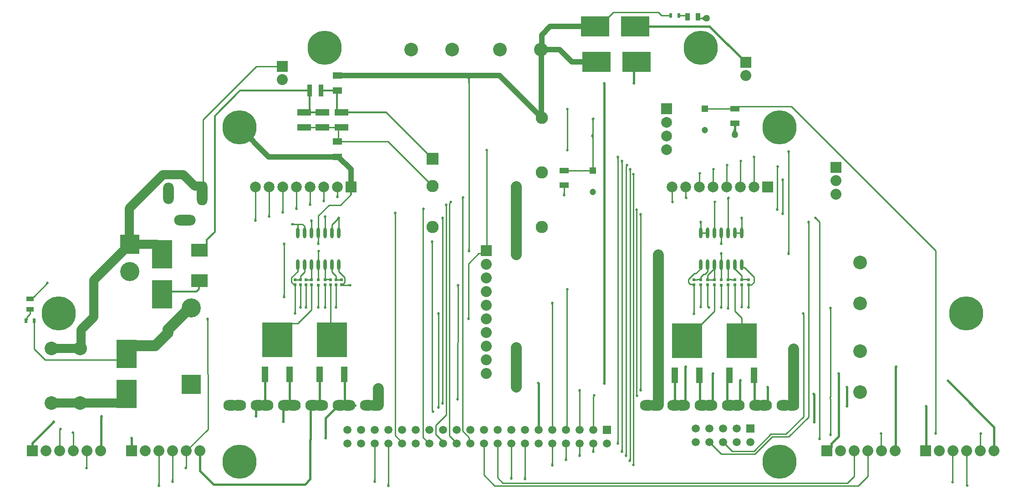
<source format=gtl>
G04*
G04 #@! TF.GenerationSoftware,Altium Limited,Altium Designer,22.3.1 (43)*
G04*
G04 Layer_Physical_Order=1*
G04 Layer_Color=255*
%FSLAX44Y44*%
%MOMM*%
G71*
G04*
G04 #@! TF.SameCoordinates,183D5ADB-B2EB-4085-A593-B9F204B0C739*
G04*
G04*
G04 #@! TF.FilePolarity,Positive*
G04*
G01*
G75*
%ADD10C,0.2540*%
%ADD16C,1.0000*%
%ADD21R,3.8100X5.3340*%
%ADD22R,5.3340X3.8100*%
%ADD23R,0.8500X2.2000*%
%ADD24R,1.4000X0.9000*%
%ADD25R,0.9000X1.4000*%
%ADD26R,0.6000X0.9000*%
%ADD27R,0.5500X0.5500*%
%ADD28R,1.2500X3.0000*%
%ADD29R,5.5500X6.4000*%
%ADD30O,0.6000X2.0000*%
%ADD31R,2.5500X1.3000*%
%ADD32R,1.8000X1.3000*%
%ADD33R,3.1500X2.4500*%
%ADD34R,1.7000X1.1000*%
%ADD35R,0.5000X0.6000*%
%ADD72C,0.3100*%
%ADD73C,0.3810*%
%ADD74C,1.6700*%
%ADD75C,0.4100*%
%ADD76C,2.0000*%
%ADD77C,2.0320*%
%ADD78R,2.0320X2.0320*%
%ADD79C,3.5560*%
%ADD80R,3.5560X3.5560*%
%ADD81R,2.0000X2.0000*%
%ADD82C,2.0000*%
%ADD83C,2.5400*%
%ADD84O,2.8000X2.0000*%
%ADD85C,2.2860*%
%ADD86R,2.2860X2.2860*%
%ADD87C,6.3500*%
%ADD88C,1.5000*%
%ADD89R,1.5000X1.5000*%
%ADD90R,2.0320X2.0320*%
%ADD91O,2.0000X4.0000*%
%ADD92O,4.0000X2.0000*%
%ADD93O,2.0000X4.5000*%
%ADD94R,1.2000X1.2000*%
%ADD95C,1.2000*%
%ADD96C,0.5080*%
%ADD97C,1.2700*%
G36*
X125314Y454283D02*
X124699Y454887D01*
X123512Y455903D01*
X122940Y456315D01*
X122383Y456665D01*
X121841Y456950D01*
X121313Y457173D01*
X120800Y457331D01*
X120301Y457427D01*
X119817Y457458D01*
Y459998D01*
X120301Y460030D01*
X120800Y460125D01*
X121313Y460284D01*
X121841Y460506D01*
X122383Y460792D01*
X122940Y461141D01*
X123512Y461554D01*
X124098Y462030D01*
X125314Y463173D01*
Y454283D01*
D02*
G37*
G36*
X-309132Y348554D02*
X-309517Y347897D01*
X-309858Y347104D01*
X-310152Y346177D01*
X-310402Y345114D01*
X-310606Y343917D01*
X-310878Y341115D01*
X-310946Y339511D01*
X-310969Y337773D01*
X-313509D01*
X-313531Y339511D01*
X-313871Y343917D01*
X-314076Y345114D01*
X-314325Y346177D01*
X-314620Y347104D01*
X-314960Y347897D01*
X-315346Y348554D01*
X-315776Y349075D01*
X-308701D01*
X-309132Y348554D01*
D02*
G37*
G36*
X-80115Y269712D02*
X-80238Y269646D01*
X-80349Y269556D01*
X-80447Y269444D01*
X-80531Y269309D01*
X-80603Y269150D01*
X-80661Y268969D01*
X-80707Y268764D01*
X-80739Y268536D01*
X-80759Y268285D01*
X-80765Y268011D01*
X-83305Y268169D01*
X-83420Y271023D01*
X-80115Y269712D01*
D02*
G37*
G36*
X184030Y252514D02*
X184055Y251950D01*
X184131Y251392D01*
X184257Y250841D01*
X184433Y250296D01*
X184660Y249757D01*
X184938Y249225D01*
X185266Y248699D01*
X185644Y248179D01*
X186073Y247665D01*
X186552Y247158D01*
X177663Y247243D01*
X178148Y247738D01*
X178583Y248242D01*
X178967Y248753D01*
X179299Y249273D01*
X179580Y249800D01*
X179811Y250334D01*
X179990Y250877D01*
X180117Y251427D01*
X180194Y251986D01*
X180220Y252552D01*
X184030Y252514D01*
D02*
G37*
G36*
X-80765Y242563D02*
X-80764Y242277D01*
X-80681Y240952D01*
X-80659Y240859D01*
X-80634Y240790D01*
X-81672Y239730D01*
X-80634Y238671D01*
X-80659Y238601D01*
X-80681Y238508D01*
X-80764Y237183D01*
X-80765Y236897D01*
X-83305Y235692D01*
X-83312Y235966D01*
X-83331Y236217D01*
X-83364Y236445D01*
X-83409Y236650D01*
X-83468Y236832D01*
X-83539Y236992D01*
X-83624Y237128D01*
X-83721Y237242D01*
X-83832Y237333D01*
X-83955Y237401D01*
X-81672Y239730D01*
X-83955Y242059D01*
X-83832Y242127D01*
X-83721Y242218D01*
X-83624Y242332D01*
X-83539Y242468D01*
X-83468Y242628D01*
X-83409Y242810D01*
X-83364Y243015D01*
X-83331Y243243D01*
X-83312Y243494D01*
X-83305Y243768D01*
X-80765Y242563D01*
D02*
G37*
G36*
X283803Y209171D02*
X283716Y209044D01*
X283640Y208899D01*
X283574Y208735D01*
X283518Y208553D01*
X283473Y208353D01*
X283437Y208135D01*
X283412Y207898D01*
X283391Y207370D01*
X280851D01*
X280846Y207643D01*
X280806Y208135D01*
X280770Y208353D01*
X280724Y208553D01*
X280668Y208735D01*
X280602Y208899D01*
X280526Y209044D01*
X280440Y209171D01*
X280343Y209280D01*
X283899D01*
X283803Y209171D01*
D02*
G37*
G36*
X-33790Y199006D02*
X-33876Y198879D01*
X-33953Y198733D01*
X-34019Y198570D01*
X-34074Y198388D01*
X-34120Y198188D01*
X-34156Y197969D01*
X-34181Y197733D01*
X-34201Y197205D01*
X-36741D01*
X-36746Y197478D01*
X-36787Y197969D01*
X-36823Y198188D01*
X-36868Y198388D01*
X-36924Y198570D01*
X-36990Y198733D01*
X-37067Y198879D01*
X-37153Y199006D01*
X-37249Y199114D01*
X-33693D01*
X-33790Y199006D01*
D02*
G37*
G36*
X219919Y198715D02*
X219833Y198588D01*
X219757Y198443D01*
X219691Y198279D01*
X219635Y198097D01*
X219589Y197897D01*
X219554Y197679D01*
X219528Y197442D01*
X219508Y196914D01*
X216968D01*
X216963Y197187D01*
X216922Y197679D01*
X216887Y197897D01*
X216841Y198097D01*
X216785Y198279D01*
X216719Y198443D01*
X216643Y198588D01*
X216556Y198715D01*
X216460Y198824D01*
X220016D01*
X219919Y198715D01*
D02*
G37*
G36*
X-26170Y191386D02*
X-26256Y191259D01*
X-26332Y191113D01*
X-26399Y190950D01*
X-26454Y190768D01*
X-26500Y190568D01*
X-26536Y190350D01*
X-26561Y190113D01*
X-26581Y189585D01*
X-29121D01*
X-29127Y189858D01*
X-29167Y190350D01*
X-29203Y190568D01*
X-29248Y190768D01*
X-29304Y190950D01*
X-29370Y191113D01*
X-29447Y191259D01*
X-29533Y191386D01*
X-29629Y191494D01*
X-26073D01*
X-26170Y191386D01*
D02*
G37*
G36*
X194687Y191303D02*
X194577Y191203D01*
X194479Y191084D01*
X194392Y190946D01*
X194317Y190789D01*
X194253Y190612D01*
X194201Y190416D01*
X194160Y190201D01*
X194131Y189967D01*
X194114Y189713D01*
X194108Y189441D01*
X191568Y189780D01*
X191564Y190055D01*
X191502Y190770D01*
X191465Y190972D01*
X191419Y191156D01*
X191366Y191322D01*
X191304Y191469D01*
X191233Y191599D01*
X191155Y191710D01*
X194687Y191303D01*
D02*
G37*
G36*
X169287Y183683D02*
X169177Y183583D01*
X169079Y183464D01*
X168992Y183326D01*
X168917Y183169D01*
X168853Y182992D01*
X168801Y182796D01*
X168760Y182581D01*
X168731Y182347D01*
X168714Y182094D01*
X168708Y181821D01*
X166168Y182160D01*
X166164Y182435D01*
X166102Y183150D01*
X166065Y183352D01*
X166019Y183536D01*
X165965Y183702D01*
X165903Y183849D01*
X165833Y183979D01*
X165755Y184090D01*
X169287Y183683D01*
D02*
G37*
G36*
X-10837Y176151D02*
X-10924Y176024D01*
X-11000Y175879D01*
X-11066Y175715D01*
X-11122Y175533D01*
X-11167Y175333D01*
X-11203Y175115D01*
X-11228Y174878D01*
X-11249Y174350D01*
X-13789D01*
X-13794Y174623D01*
X-13834Y175115D01*
X-13870Y175333D01*
X-13916Y175533D01*
X-13972Y175715D01*
X-14038Y175879D01*
X-14114Y176024D01*
X-14200Y176151D01*
X-14297Y176260D01*
X-10741D01*
X-10837Y176151D01*
D02*
G37*
G36*
X143887Y176063D02*
X143777Y175963D01*
X143679Y175844D01*
X143592Y175706D01*
X143517Y175549D01*
X143453Y175372D01*
X143401Y175176D01*
X143360Y174961D01*
X143331Y174727D01*
X143314Y174473D01*
X143308Y174201D01*
X140768Y174540D01*
X140764Y174815D01*
X140702Y175530D01*
X140665Y175732D01*
X140619Y175916D01*
X140566Y176082D01*
X140504Y176229D01*
X140433Y176359D01*
X140355Y176470D01*
X143887Y176063D01*
D02*
G37*
G36*
X118487Y168443D02*
X118377Y168343D01*
X118279Y168224D01*
X118192Y168086D01*
X118117Y167929D01*
X118053Y167752D01*
X118001Y167556D01*
X117960Y167341D01*
X117931Y167107D01*
X117914Y166854D01*
X117908Y166581D01*
X115368Y166920D01*
X115364Y167195D01*
X115302Y167910D01*
X115265Y168112D01*
X115219Y168296D01*
X115166Y168462D01*
X115104Y168609D01*
X115033Y168739D01*
X114955Y168850D01*
X118487Y168443D01*
D02*
G37*
G36*
X-4367Y166825D02*
X-4453Y166698D01*
X-4529Y166552D01*
X-4595Y166389D01*
X-4651Y166207D01*
X-4697Y166007D01*
X-4733Y165788D01*
X-4758Y165552D01*
X-4778Y165024D01*
X-7318D01*
X-7323Y165297D01*
X-7364Y165788D01*
X-7400Y166007D01*
X-7445Y166207D01*
X-7501Y166389D01*
X-7567Y166552D01*
X-7643Y166698D01*
X-7730Y166825D01*
X-7826Y166933D01*
X-4270D01*
X-4367Y166825D01*
D02*
G37*
G36*
X272740Y156577D02*
X272639Y156470D01*
X272549Y156345D01*
X272469Y156201D01*
X272400Y156039D01*
X272341Y155859D01*
X272293Y155660D01*
X272256Y155442D01*
X272230Y155206D01*
X272208Y154679D01*
X269668Y154778D01*
X269664Y155052D01*
X269625Y155545D01*
X269591Y155764D01*
X269548Y155965D01*
X269495Y156148D01*
X269432Y156312D01*
X269360Y156459D01*
X269278Y156587D01*
X269186Y156698D01*
X272740Y156577D01*
D02*
G37*
G36*
X-134100Y133321D02*
X-134059Y132829D01*
X-134024Y132611D01*
X-133978Y132410D01*
X-133922Y132228D01*
X-133856Y132065D01*
X-133780Y131920D01*
X-133694Y131793D01*
X-133597Y131684D01*
X-137153D01*
X-137057Y131793D01*
X-136970Y131920D01*
X-136894Y132065D01*
X-136828Y132228D01*
X-136772Y132410D01*
X-136727Y132611D01*
X-136691Y132829D01*
X-136666Y133066D01*
X-136645Y133594D01*
X-134105D01*
X-134100Y133321D01*
D02*
G37*
G36*
X-528135Y141066D02*
X-528544Y140388D01*
X-528904Y139607D01*
X-529217Y138721D01*
X-529482Y137731D01*
X-529698Y136637D01*
X-529866Y135439D01*
X-530059Y132730D01*
X-530083Y131220D01*
X-532623D01*
X-532647Y132730D01*
X-532839Y135439D01*
X-533007Y136637D01*
X-533224Y137731D01*
X-533488Y138721D01*
X-533801Y139607D01*
X-534161Y140388D01*
X-534570Y141066D01*
X-535027Y141639D01*
X-527678D01*
X-528135Y141066D01*
D02*
G37*
G36*
X-555477Y129430D02*
X-555437Y128939D01*
X-555401Y128720D01*
X-555356Y128520D01*
X-555300Y128338D01*
X-555234Y128175D01*
X-555158Y128029D01*
X-555071Y127902D01*
X-554975Y127794D01*
X-558531D01*
X-558434Y127902D01*
X-558348Y128029D01*
X-558271Y128175D01*
X-558205Y128338D01*
X-558150Y128520D01*
X-558104Y128720D01*
X-558068Y128939D01*
X-558043Y129175D01*
X-558023Y129703D01*
X-555483D01*
X-555477Y129430D01*
D02*
G37*
G36*
X92224Y128454D02*
X92243Y128202D01*
X92275Y127971D01*
X92319Y127762D01*
X92377Y127574D01*
X92447Y127408D01*
X92529Y127262D01*
X92625Y127138D01*
X92733Y127036D01*
X92854Y126954D01*
X89426Y126011D01*
X89474Y126107D01*
X89516Y126224D01*
X89554Y126362D01*
X89587Y126519D01*
X89637Y126896D01*
X89655Y127114D01*
X89677Y127892D01*
X92217Y128727D01*
X92224Y128454D01*
D02*
G37*
G36*
X-322001Y123375D02*
X-322117Y123282D01*
X-322221Y123170D01*
X-322313Y123037D01*
X-322392Y122885D01*
X-322459Y122712D01*
X-322514Y122520D01*
X-322556Y122307D01*
X-322587Y122074D01*
X-322605Y121822D01*
X-322611Y121549D01*
X-325151Y122096D01*
X-325155Y122373D01*
X-325207Y123090D01*
X-325238Y123291D01*
X-325322Y123638D01*
X-325374Y123784D01*
X-325433Y123910D01*
X-325499Y124018D01*
X-322001Y123375D01*
D02*
G37*
G36*
X171345Y122392D02*
X171222Y122326D01*
X171111Y122236D01*
X171014Y122124D01*
X170929Y121989D01*
X170857Y121830D01*
X170799Y121649D01*
X170753Y121444D01*
X170721Y121216D01*
X170701Y120965D01*
X170695Y120691D01*
X168155Y120849D01*
X168040Y123703D01*
X171345Y122392D01*
D02*
G37*
G36*
X-580877Y121958D02*
X-580831Y121470D01*
X-580790Y121255D01*
X-580738Y121059D01*
X-580675Y120882D01*
X-580599Y120724D01*
X-580513Y120586D01*
X-580415Y120467D01*
X-580305Y120367D01*
X-583839Y119970D01*
X-583759Y120081D01*
X-583689Y120211D01*
X-583626Y120358D01*
X-583572Y120524D01*
X-583527Y120708D01*
X-583489Y120910D01*
X-583439Y121368D01*
X-583427Y121625D01*
X-583423Y121899D01*
X-580883Y122230D01*
X-580877Y121958D01*
D02*
G37*
G36*
X67160Y120727D02*
X67207Y120240D01*
X67249Y120026D01*
X67302Y119831D01*
X67366Y119655D01*
X67443Y119499D01*
X67531Y119362D01*
X67631Y119245D01*
X67743Y119147D01*
X64218Y118676D01*
X64294Y118786D01*
X64361Y118915D01*
X64420Y119062D01*
X64472Y119228D01*
X64515Y119412D01*
X64551Y119614D01*
X64598Y120073D01*
X64610Y120330D01*
X64614Y120605D01*
X67154Y121000D01*
X67160Y120727D01*
D02*
G37*
G36*
X-606278Y115460D02*
X-606237Y114969D01*
X-606201Y114750D01*
X-606156Y114550D01*
X-606100Y114368D01*
X-606034Y114205D01*
X-605957Y114059D01*
X-605871Y113932D01*
X-605775Y113824D01*
X-609331D01*
X-609234Y113932D01*
X-609148Y114059D01*
X-609072Y114205D01*
X-609006Y114368D01*
X-608950Y114550D01*
X-608904Y114750D01*
X-608868Y114969D01*
X-608843Y115205D01*
X-608823Y115733D01*
X-606283D01*
X-606278Y115460D01*
D02*
G37*
G36*
X146374Y115003D02*
X146258Y114911D01*
X146154Y114799D01*
X146063Y114667D01*
X145983Y114515D01*
X145916Y114342D01*
X145861Y114150D01*
X145818Y113938D01*
X145787Y113705D01*
X145769Y113452D01*
X145763Y113179D01*
X143223Y113737D01*
X143220Y114014D01*
X143168Y114731D01*
X143137Y114932D01*
X143055Y115279D01*
X143003Y115424D01*
X142945Y115551D01*
X142879Y115659D01*
X146374Y115003D01*
D02*
G37*
G36*
X-352985Y110093D02*
X-353071Y109966D01*
X-353147Y109821D01*
X-353213Y109657D01*
X-353269Y109475D01*
X-353315Y109275D01*
X-353350Y109057D01*
X-353376Y108820D01*
X-353396Y108292D01*
X-355936D01*
X-355941Y108565D01*
X-355982Y109057D01*
X-356017Y109275D01*
X-356063Y109475D01*
X-356119Y109657D01*
X-356185Y109821D01*
X-356261Y109966D01*
X-356348Y110093D01*
X-356444Y110202D01*
X-352888D01*
X-352985Y110093D01*
D02*
G37*
G36*
X-631678Y107840D02*
X-631637Y107348D01*
X-631601Y107130D01*
X-631556Y106930D01*
X-631500Y106748D01*
X-631434Y106585D01*
X-631357Y106439D01*
X-631271Y106312D01*
X-631175Y106204D01*
X-634731D01*
X-634634Y106312D01*
X-634548Y106439D01*
X-634472Y106585D01*
X-634406Y106748D01*
X-634350Y106930D01*
X-634304Y107130D01*
X-634268Y107348D01*
X-634243Y107585D01*
X-634223Y108113D01*
X-631683D01*
X-631678Y107840D01*
D02*
G37*
G36*
X262054Y106071D02*
X262094Y105579D01*
X262130Y105361D01*
X262175Y105161D01*
X262231Y104979D01*
X262297Y104815D01*
X262374Y104670D01*
X262460Y104543D01*
X262556Y104434D01*
X259000D01*
X259097Y104543D01*
X259183Y104670D01*
X259259Y104815D01*
X259326Y104979D01*
X259381Y105161D01*
X259427Y105361D01*
X259463Y105579D01*
X259488Y105816D01*
X259508Y106344D01*
X262048D01*
X262054Y106071D01*
D02*
G37*
G36*
X-395406Y102224D02*
X-395525Y102137D01*
X-395631Y102029D01*
X-395725Y101901D01*
X-395806Y101752D01*
X-395875Y101582D01*
X-395931Y101392D01*
X-395975Y101181D01*
X-396006Y100949D01*
X-396025Y100697D01*
X-396031Y100424D01*
X-398571Y101114D01*
X-398574Y101391D01*
X-398647Y102309D01*
X-398680Y102490D01*
X-398719Y102652D01*
X-398764Y102794D01*
X-398815Y102917D01*
X-398872Y103020D01*
X-395406Y102224D01*
D02*
G37*
G36*
X-657214Y101132D02*
X-657209Y100859D01*
X-657172Y100365D01*
X-657139Y100146D01*
X-657097Y99945D01*
X-657045Y99761D01*
X-656985Y99596D01*
X-656914Y99449D01*
X-656835Y99320D01*
X-656746Y99210D01*
X-660297Y99394D01*
X-660194Y99499D01*
X-660101Y99623D01*
X-660020Y99765D01*
X-659949Y99926D01*
X-659890Y100106D01*
X-659841Y100305D01*
X-659803Y100522D01*
X-659776Y100757D01*
X-659754Y101285D01*
X-657214Y101132D01*
D02*
G37*
G36*
X1489Y100569D02*
X1419Y100440D01*
X1357Y100293D01*
X1304Y100127D01*
X1258Y99943D01*
X1221Y99741D01*
X1172Y99283D01*
X1160Y99026D01*
X1156Y98751D01*
X-1384Y98405D01*
X-1390Y98678D01*
X-1437Y99166D01*
X-1477Y99381D01*
X-1530Y99577D01*
X-1593Y99753D01*
X-1669Y99910D01*
X-1756Y100048D01*
X-1855Y100167D01*
X-1965Y100267D01*
X1567Y100681D01*
X1489Y100569D01*
D02*
G37*
G36*
X272213Y98451D02*
X272254Y97959D01*
X272290Y97741D01*
X272335Y97541D01*
X272391Y97359D01*
X272457Y97195D01*
X272533Y97050D01*
X272620Y96923D01*
X272716Y96814D01*
X269160D01*
X269257Y96923D01*
X269343Y97050D01*
X269419Y97195D01*
X269485Y97359D01*
X269541Y97541D01*
X269587Y97741D01*
X269623Y97959D01*
X269648Y98196D01*
X269668Y98724D01*
X272208D01*
X272213Y98451D01*
D02*
G37*
G36*
X-447717Y94871D02*
X-447804Y94744D01*
X-447880Y94599D01*
X-447946Y94435D01*
X-448002Y94253D01*
X-448047Y94053D01*
X-448083Y93835D01*
X-448108Y93598D01*
X-448129Y93070D01*
X-450669D01*
X-450674Y93343D01*
X-450714Y93835D01*
X-450750Y94053D01*
X-450796Y94253D01*
X-450852Y94435D01*
X-450918Y94599D01*
X-450994Y94744D01*
X-451080Y94871D01*
X-451177Y94980D01*
X-447621D01*
X-447717Y94871D01*
D02*
G37*
G36*
X-682614Y93512D02*
X-682609Y93239D01*
X-682572Y92746D01*
X-682539Y92526D01*
X-682497Y92325D01*
X-682445Y92142D01*
X-682385Y91976D01*
X-682314Y91829D01*
X-682235Y91700D01*
X-682146Y91590D01*
X-685697Y91774D01*
X-685594Y91879D01*
X-685501Y92003D01*
X-685420Y92145D01*
X-685350Y92306D01*
X-685290Y92486D01*
X-685241Y92685D01*
X-685203Y92902D01*
X-685176Y93137D01*
X-685154Y93665D01*
X-682614Y93512D01*
D02*
G37*
G36*
X8546Y92387D02*
X8460Y92260D01*
X8384Y92115D01*
X8318Y91952D01*
X8262Y91770D01*
X8216Y91569D01*
X8181Y91351D01*
X8155Y91115D01*
X8135Y90586D01*
X5595D01*
X5590Y90859D01*
X5549Y91351D01*
X5513Y91569D01*
X5468Y91770D01*
X5412Y91952D01*
X5346Y92115D01*
X5270Y92260D01*
X5183Y92387D01*
X5087Y92496D01*
X8643D01*
X8546Y92387D01*
D02*
G37*
G36*
X-578194Y87947D02*
X-578280Y87820D01*
X-578356Y87675D01*
X-578422Y87512D01*
X-578478Y87330D01*
X-578524Y87130D01*
X-578559Y86911D01*
X-578585Y86674D01*
X-578605Y86146D01*
X-581145D01*
X-581150Y86420D01*
X-581191Y86911D01*
X-581227Y87130D01*
X-581272Y87330D01*
X-581328Y87512D01*
X-581394Y87675D01*
X-581470Y87820D01*
X-581557Y87947D01*
X-581653Y88056D01*
X-578097D01*
X-578194Y87947D01*
D02*
G37*
G36*
X-708057Y85914D02*
X-708053Y85640D01*
X-708016Y85146D01*
X-707984Y84926D01*
X-707944Y84725D01*
X-707894Y84541D01*
X-707835Y84376D01*
X-707767Y84228D01*
X-707689Y84099D01*
X-707603Y83988D01*
X-711151Y84232D01*
X-711046Y84336D01*
X-710952Y84459D01*
X-710868Y84600D01*
X-710796Y84760D01*
X-710735Y84939D01*
X-710686Y85137D01*
X-710647Y85354D01*
X-710619Y85589D01*
X-710597Y86116D01*
X-708057Y85914D01*
D02*
G37*
G36*
X334533Y87160D02*
X334562Y87009D01*
X334611Y86852D01*
X334680Y86690D01*
X334769Y86522D01*
X334878Y86348D01*
X335007Y86168D01*
X335157Y85983D01*
X335516Y85595D01*
X333720Y83799D01*
X333523Y83989D01*
X333147Y84307D01*
X332967Y84437D01*
X332793Y84546D01*
X332625Y84635D01*
X332463Y84704D01*
X332306Y84753D01*
X332155Y84782D01*
X332010Y84790D01*
X334525Y87305D01*
X334533Y87160D01*
D02*
G37*
G36*
X-359754Y85407D02*
X-359840Y85280D01*
X-359916Y85135D01*
X-359982Y84972D01*
X-360038Y84790D01*
X-360084Y84590D01*
X-360120Y84371D01*
X-360145Y84135D01*
X-360165Y83606D01*
X-362705D01*
X-362710Y83880D01*
X-362751Y84371D01*
X-362786Y84590D01*
X-362832Y84790D01*
X-362888Y84972D01*
X-362954Y85135D01*
X-363030Y85280D01*
X-363117Y85407D01*
X-363213Y85516D01*
X-359657D01*
X-359754Y85407D01*
D02*
G37*
G36*
X-555227Y85516D02*
X-552697D01*
X-552794Y85407D01*
X-552880Y85280D01*
X-552956Y85135D01*
X-553022Y84972D01*
X-553078Y84790D01*
X-553124Y84590D01*
X-553159Y84371D01*
X-553185Y84135D01*
X-553205Y83606D01*
X-555745D01*
X-555750Y83880D01*
X-555776Y84195D01*
X-555822Y84158D01*
X-556210Y83799D01*
X-558006Y85595D01*
X-557817Y85792D01*
X-557498Y86168D01*
X-557369Y86348D01*
X-557259Y86522D01*
X-557170Y86690D01*
X-557101Y86852D01*
X-557052Y87009D01*
X-557024Y87160D01*
X-557015Y87305D01*
X-555227Y85516D01*
D02*
G37*
G36*
X196600Y85513D02*
X196503Y85404D01*
X196416Y85278D01*
X196340Y85132D01*
X196274Y84969D01*
X196218Y84787D01*
X196172Y84587D01*
X196136Y84369D01*
X196111Y84132D01*
X196090Y83604D01*
X193550Y83609D01*
X193545Y83882D01*
X193505Y84374D01*
X193469Y84592D01*
X193424Y84792D01*
X193368Y84974D01*
X193302Y85138D01*
X193226Y85283D01*
X193140Y85410D01*
X193044Y85519D01*
X196600Y85513D01*
D02*
G37*
G36*
X-603600Y80370D02*
X-603685Y80242D01*
X-603760Y80097D01*
X-603825Y79933D01*
X-603880Y79750D01*
X-603925Y79550D01*
X-603960Y79331D01*
X-603985Y79095D01*
X-604005Y78566D01*
X-606545Y78537D01*
X-606550Y78810D01*
X-606592Y79302D01*
X-606628Y79520D01*
X-606674Y79720D01*
X-606731Y79901D01*
X-606798Y80064D01*
X-606875Y80209D01*
X-606963Y80336D01*
X-607060Y80444D01*
X-603504Y80479D01*
X-603600Y80370D01*
D02*
G37*
G36*
X320966Y77787D02*
X320880Y77660D01*
X320804Y77515D01*
X320738Y77351D01*
X320682Y77170D01*
X320636Y76970D01*
X320601Y76751D01*
X320575Y76515D01*
X320555Y75986D01*
X318015D01*
X318010Y76260D01*
X317969Y76751D01*
X317934Y76970D01*
X317888Y77170D01*
X317832Y77351D01*
X317766Y77515D01*
X317690Y77660D01*
X317603Y77787D01*
X317507Y77896D01*
X321063D01*
X320966Y77787D01*
D02*
G37*
G36*
X120306D02*
X120220Y77660D01*
X120144Y77515D01*
X120078Y77351D01*
X120022Y77170D01*
X119976Y76970D01*
X119941Y76751D01*
X119915Y76515D01*
X119895Y75986D01*
X117355D01*
X117350Y76260D01*
X117309Y76751D01*
X117274Y76970D01*
X117228Y77170D01*
X117172Y77351D01*
X117106Y77515D01*
X117030Y77660D01*
X116943Y77787D01*
X116847Y77896D01*
X120403D01*
X120306Y77787D01*
D02*
G37*
G36*
X-638913Y77607D02*
X-638786Y77520D01*
X-638640Y77444D01*
X-638477Y77378D01*
X-638295Y77322D01*
X-638095Y77277D01*
X-637876Y77241D01*
X-637640Y77215D01*
X-637112Y77195D01*
Y74655D01*
X-637385Y74650D01*
X-637876Y74609D01*
X-638095Y74574D01*
X-638295Y74528D01*
X-638477Y74472D01*
X-638640Y74406D01*
X-638786Y74330D01*
X-638913Y74244D01*
X-639021Y74147D01*
Y77703D01*
X-638913Y77607D01*
D02*
G37*
G36*
X-591305Y42964D02*
X-591300Y42690D01*
X-591259Y42199D01*
X-591224Y41980D01*
X-591178Y41780D01*
X-591122Y41598D01*
X-591056Y41435D01*
X-590980Y41290D01*
X-590894Y41163D01*
X-590797Y41054D01*
X-594353Y41054D01*
X-594257Y41163D01*
X-594170Y41290D01*
X-594094Y41435D01*
X-594028Y41599D01*
X-593972Y41781D01*
X-593927Y41981D01*
X-593891Y42199D01*
X-593866Y42436D01*
X-593845Y42964D01*
X-591305Y42964D01*
D02*
G37*
G36*
X158000Y42520D02*
X158041Y42029D01*
X158076Y41810D01*
X158122Y41610D01*
X158178Y41428D01*
X158244Y41265D01*
X158320Y41120D01*
X158406Y40993D01*
X158503Y40884D01*
X154947D01*
X155043Y40993D01*
X155130Y41120D01*
X155206Y41265D01*
X155272Y41428D01*
X155328Y41610D01*
X155373Y41810D01*
X155409Y42029D01*
X155434Y42266D01*
X155455Y42794D01*
X157995D01*
X158000Y42520D01*
D02*
G37*
G36*
X-379230Y41526D02*
X-379316Y41399D01*
X-379393Y41253D01*
X-379459Y41090D01*
X-379514Y40908D01*
X-379560Y40708D01*
X-379596Y40490D01*
X-379621Y40253D01*
X-379641Y39725D01*
X-382181D01*
X-382187Y39998D01*
X-382227Y40490D01*
X-382263Y40708D01*
X-382308Y40908D01*
X-382364Y41090D01*
X-382430Y41253D01*
X-382507Y41399D01*
X-382593Y41526D01*
X-382689Y41634D01*
X-379133D01*
X-379230Y41526D01*
D02*
G37*
G36*
X-654394Y37317D02*
X-654480Y37190D01*
X-654557Y37045D01*
X-654622Y36881D01*
X-654678Y36700D01*
X-654724Y36500D01*
X-654760Y36281D01*
X-654785Y36044D01*
X-654805Y35516D01*
X-657345D01*
X-657350Y35789D01*
X-657391Y36281D01*
X-657427Y36500D01*
X-657472Y36700D01*
X-657528Y36881D01*
X-657594Y37045D01*
X-657671Y37190D01*
X-657757Y37317D01*
X-657853Y37426D01*
X-654297D01*
X-654394Y37317D01*
D02*
G37*
G36*
X-310964Y29124D02*
X-310923Y28632D01*
X-310887Y28414D01*
X-310842Y28214D01*
X-310786Y28032D01*
X-310720Y27868D01*
X-310644Y27723D01*
X-310557Y27596D01*
X-310461Y27487D01*
X-314017D01*
X-313920Y27596D01*
X-313834Y27723D01*
X-313758Y27868D01*
X-313692Y28032D01*
X-313636Y28214D01*
X-313590Y28414D01*
X-313554Y28632D01*
X-313529Y28869D01*
X-313509Y29397D01*
X-310969D01*
X-310964Y29124D01*
D02*
G37*
G36*
X283396Y24044D02*
X283437Y23552D01*
X283473Y23334D01*
X283518Y23134D01*
X283574Y22952D01*
X283640Y22789D01*
X283716Y22643D01*
X283803Y22516D01*
X283899Y22408D01*
X280343D01*
X280440Y22516D01*
X280526Y22643D01*
X280602Y22789D01*
X280668Y22952D01*
X280724Y23134D01*
X280770Y23334D01*
X280806Y23552D01*
X280831Y23789D01*
X280851Y24317D01*
X283391D01*
X283396Y24044D01*
D02*
G37*
G36*
X158641Y19402D02*
X158539Y19296D01*
X158448Y19171D01*
X158367Y19028D01*
X158297Y18866D01*
X158238Y18686D01*
X158190Y18487D01*
X158152Y18270D01*
X158125Y18034D01*
X158104Y17507D01*
X155564Y17633D01*
X155559Y17907D01*
X155521Y18399D01*
X155488Y18619D01*
X155445Y18820D01*
X155393Y19003D01*
X155331Y19168D01*
X155260Y19315D01*
X155179Y19444D01*
X155089Y19554D01*
X158641Y19402D01*
D02*
G37*
G36*
X-535175Y-39342D02*
X-535282Y-39241D01*
X-535407Y-39150D01*
X-535550Y-39070D01*
X-535712Y-39000D01*
X-535892Y-38942D01*
X-536091Y-38893D01*
X-536309Y-38856D01*
X-536544Y-38829D01*
X-537072Y-38808D01*
X-536960Y-36268D01*
X-536687Y-36263D01*
X-536194Y-36225D01*
X-535975Y-36191D01*
X-535774Y-36148D01*
X-535591Y-36095D01*
X-535426Y-36033D01*
X-535279Y-35961D01*
X-535151Y-35880D01*
X-535040Y-35789D01*
X-535175Y-39342D01*
D02*
G37*
G36*
X-330877Y-39749D02*
X-330964Y-39876D01*
X-331040Y-40021D01*
X-331106Y-40185D01*
X-331162Y-40367D01*
X-331207Y-40567D01*
X-331243Y-40785D01*
X-331268Y-41022D01*
X-331289Y-41550D01*
X-333829D01*
X-333834Y-41277D01*
X-333874Y-40785D01*
X-333910Y-40567D01*
X-333956Y-40367D01*
X-334012Y-40185D01*
X-334078Y-40021D01*
X-334154Y-39876D01*
X-334240Y-39749D01*
X-334337Y-39640D01*
X-330781D01*
X-330877Y-39749D01*
D02*
G37*
G36*
X-127961Y-47567D02*
X-128077Y-47658D01*
X-128182Y-47769D01*
X-128274Y-47901D01*
X-128354Y-48053D01*
X-128421Y-48224D01*
X-128476Y-48416D01*
X-128519Y-48629D01*
X-128550Y-48861D01*
X-128568Y-49114D01*
X-128575Y-49386D01*
X-131115Y-48806D01*
X-131118Y-48529D01*
X-131168Y-47812D01*
X-131199Y-47611D01*
X-131279Y-47264D01*
X-131330Y-47120D01*
X-131387Y-46994D01*
X-131451Y-46887D01*
X-127961Y-47567D01*
D02*
G37*
G36*
X-654800Y-56370D02*
X-654760Y-56861D01*
X-654724Y-57080D01*
X-654678Y-57280D01*
X-654622Y-57462D01*
X-654557Y-57625D01*
X-654480Y-57770D01*
X-654394Y-57897D01*
X-654297Y-58006D01*
X-657853D01*
X-657757Y-57897D01*
X-657671Y-57770D01*
X-657594Y-57625D01*
X-657528Y-57462D01*
X-657472Y-57280D01*
X-657427Y-57080D01*
X-657391Y-56861D01*
X-657366Y-56624D01*
X-657345Y-56096D01*
X-654805D01*
X-654800Y-56370D01*
D02*
G37*
G36*
X-155554Y-72692D02*
X-155653Y-72800D01*
X-155742Y-72926D01*
X-155820Y-73071D01*
X-155887Y-73233D01*
X-155945Y-73415D01*
X-155992Y-73614D01*
X-156028Y-73832D01*
X-156054Y-74068D01*
X-156075Y-74596D01*
X-158615Y-74543D01*
X-158620Y-74269D01*
X-158660Y-73777D01*
X-158694Y-73558D01*
X-158739Y-73358D01*
X-158793Y-73175D01*
X-158857Y-73011D01*
X-158932Y-72865D01*
X-159016Y-72737D01*
X-159109Y-72628D01*
X-155554Y-72692D01*
D02*
G37*
G36*
X119900Y-74729D02*
X119940Y-75221D01*
X119976Y-75439D01*
X120022Y-75640D01*
X120078Y-75821D01*
X120144Y-75985D01*
X120220Y-76130D01*
X120306Y-76257D01*
X120403Y-76366D01*
X116847D01*
X116943Y-76257D01*
X117030Y-76130D01*
X117106Y-75985D01*
X117172Y-75821D01*
X117228Y-75640D01*
X117273Y-75439D01*
X117309Y-75221D01*
X117334Y-74984D01*
X117355Y-74456D01*
X119895D01*
X119900Y-74729D01*
D02*
G37*
G36*
X196100Y-74729D02*
X196140Y-75221D01*
X196176Y-75439D01*
X196222Y-75640D01*
X196278Y-75821D01*
X196343Y-75985D01*
X196420Y-76130D01*
X196506Y-76257D01*
X196603Y-76366D01*
X193047Y-76366D01*
X193143Y-76257D01*
X193230Y-76130D01*
X193306Y-75985D01*
X193372Y-75821D01*
X193428Y-75640D01*
X193473Y-75440D01*
X193509Y-75221D01*
X193534Y-74984D01*
X193555Y-74456D01*
X196095Y-74456D01*
X196100Y-74729D01*
D02*
G37*
G36*
X-578686Y-76301D02*
X-578646Y-76793D01*
X-578610Y-77011D01*
X-578565Y-77211D01*
X-578509Y-77393D01*
X-578443Y-77557D01*
X-578367Y-77702D01*
X-578280Y-77829D01*
X-578184Y-77938D01*
X-581740D01*
X-581643Y-77829D01*
X-581557Y-77702D01*
X-581480Y-77557D01*
X-581414Y-77393D01*
X-581359Y-77211D01*
X-581313Y-77011D01*
X-581277Y-76793D01*
X-581252Y-76556D01*
X-581232Y-76028D01*
X-578692D01*
X-578686Y-76301D01*
D02*
G37*
G36*
X208800Y-76341D02*
X208840Y-76832D01*
X208876Y-77051D01*
X208922Y-77251D01*
X208978Y-77433D01*
X209044Y-77596D01*
X209120Y-77742D01*
X209206Y-77869D01*
X209303Y-77977D01*
X205747Y-77978D01*
X205843Y-77869D01*
X205930Y-77742D01*
X206006Y-77597D01*
X206072Y-77433D01*
X206128Y-77251D01*
X206173Y-77051D01*
X206209Y-76833D01*
X206234Y-76596D01*
X206255Y-76068D01*
X208795Y-76068D01*
X208800Y-76341D01*
D02*
G37*
G36*
X157995Y-76080D02*
X158000Y-76354D01*
X158038Y-76846D01*
X158072Y-77066D01*
X158115Y-77267D01*
X158168Y-77449D01*
X158231Y-77614D01*
X158303Y-77761D01*
X158385Y-77889D01*
X158477Y-77999D01*
X154923Y-77878D01*
X155024Y-77772D01*
X155114Y-77647D01*
X155194Y-77503D01*
X155263Y-77341D01*
X155322Y-77161D01*
X155370Y-76961D01*
X155407Y-76744D01*
X155434Y-76508D01*
X155455Y-75980D01*
X157995Y-76080D01*
D02*
G37*
G36*
X-558285D02*
X-558280Y-76354D01*
X-558242Y-76846D01*
X-558208Y-77066D01*
X-558165Y-77267D01*
X-558112Y-77449D01*
X-558049Y-77614D01*
X-557977Y-77761D01*
X-557895Y-77889D01*
X-557803Y-77999D01*
X-561357Y-77878D01*
X-561256Y-77772D01*
X-561166Y-77647D01*
X-561086Y-77503D01*
X-561017Y-77341D01*
X-560958Y-77161D01*
X-560910Y-76961D01*
X-560873Y-76744D01*
X-560846Y-76508D01*
X-560825Y-75980D01*
X-558285Y-76080D01*
D02*
G37*
G36*
X-591305D02*
X-591300Y-76354D01*
X-591262Y-76846D01*
X-591228Y-77066D01*
X-591185Y-77267D01*
X-591132Y-77449D01*
X-591069Y-77614D01*
X-590997Y-77761D01*
X-590915Y-77889D01*
X-590823Y-77999D01*
X-594377Y-77878D01*
X-594276Y-77772D01*
X-594185Y-77647D01*
X-594106Y-77503D01*
X-594037Y-77341D01*
X-593978Y-77161D01*
X-593930Y-76961D01*
X-593893Y-76744D01*
X-593867Y-76508D01*
X-593845Y-75980D01*
X-591305Y-76080D01*
D02*
G37*
G36*
X-614165D02*
X-614160Y-76354D01*
X-614122Y-76846D01*
X-614088Y-77066D01*
X-614045Y-77267D01*
X-613992Y-77449D01*
X-613929Y-77614D01*
X-613857Y-77761D01*
X-613775Y-77889D01*
X-613683Y-77999D01*
X-617237Y-77878D01*
X-617136Y-77772D01*
X-617046Y-77647D01*
X-616966Y-77503D01*
X-616897Y-77341D01*
X-616838Y-77161D01*
X-616790Y-76961D01*
X-616753Y-76744D01*
X-616726Y-76508D01*
X-616705Y-75980D01*
X-614165Y-76080D01*
D02*
G37*
G36*
X-624325D02*
X-624320Y-76354D01*
X-624282Y-76846D01*
X-624248Y-77066D01*
X-624205Y-77267D01*
X-624152Y-77449D01*
X-624089Y-77614D01*
X-624017Y-77761D01*
X-623935Y-77889D01*
X-623843Y-77999D01*
X-627397Y-77878D01*
X-627296Y-77772D01*
X-627206Y-77647D01*
X-627126Y-77503D01*
X-627057Y-77341D01*
X-626998Y-77161D01*
X-626950Y-76961D01*
X-626913Y-76744D01*
X-626886Y-76508D01*
X-626865Y-75980D01*
X-624325Y-76080D01*
D02*
G37*
G36*
X170614Y-77222D02*
X170656Y-77712D01*
X170693Y-77930D01*
X170741Y-78129D01*
X170800Y-78309D01*
X170869Y-78471D01*
X170949Y-78615D01*
X171039Y-78740D01*
X171140Y-78847D01*
X167586Y-78967D01*
X167678Y-78857D01*
X167760Y-78729D01*
X167832Y-78582D01*
X167895Y-78418D01*
X167948Y-78235D01*
X167991Y-78034D01*
X168025Y-77815D01*
X168064Y-77322D01*
X168068Y-77048D01*
X170608Y-76949D01*
X170614Y-77222D01*
D02*
G37*
G36*
X132846Y-76332D02*
X133538Y-76929D01*
X133682Y-77029D01*
X133814Y-77111D01*
X133935Y-77172D01*
X134045Y-77215D01*
X134143Y-77238D01*
X131312Y-79145D01*
X131330Y-79021D01*
X131324Y-78887D01*
X131295Y-78746D01*
X131243Y-78596D01*
X131167Y-78437D01*
X131068Y-78271D01*
X130946Y-78096D01*
X130800Y-77912D01*
X130438Y-77520D01*
X132645Y-76135D01*
X132846Y-76332D01*
D02*
G37*
G36*
X361606Y-82233D02*
X361520Y-82360D01*
X361444Y-82505D01*
X361378Y-82669D01*
X361322Y-82850D01*
X361276Y-83050D01*
X361241Y-83269D01*
X361215Y-83505D01*
X361195Y-84034D01*
X358655D01*
X358650Y-83760D01*
X358609Y-83269D01*
X358573Y-83050D01*
X358528Y-82850D01*
X358472Y-82669D01*
X358406Y-82505D01*
X358330Y-82360D01*
X358243Y-82233D01*
X358147Y-82124D01*
X361703D01*
X361606Y-82233D01*
D02*
G37*
G36*
X-634480Y-87020D02*
X-634440Y-87511D01*
X-634404Y-87730D01*
X-634358Y-87930D01*
X-634302Y-88111D01*
X-634236Y-88275D01*
X-634160Y-88420D01*
X-634074Y-88547D01*
X-633977Y-88656D01*
X-637533D01*
X-637437Y-88547D01*
X-637350Y-88420D01*
X-637274Y-88275D01*
X-637208Y-88111D01*
X-637152Y-87930D01*
X-637107Y-87730D01*
X-637071Y-87511D01*
X-637046Y-87275D01*
X-637025Y-86746D01*
X-634485D01*
X-634480Y-87020D01*
D02*
G37*
G36*
X107200Y-87429D02*
X107240Y-87921D01*
X107276Y-88139D01*
X107322Y-88340D01*
X107378Y-88521D01*
X107444Y-88685D01*
X107520Y-88830D01*
X107606Y-88957D01*
X107703Y-89066D01*
X104147Y-89066D01*
X104243Y-88957D01*
X104330Y-88830D01*
X104406Y-88685D01*
X104472Y-88521D01*
X104528Y-88340D01*
X104573Y-88139D01*
X104609Y-87921D01*
X104634Y-87684D01*
X104655Y-87156D01*
X107195Y-87156D01*
X107200Y-87429D01*
D02*
G37*
G36*
X-367374Y-92393D02*
X-367460Y-92520D01*
X-367536Y-92665D01*
X-367602Y-92829D01*
X-367658Y-93010D01*
X-367704Y-93210D01*
X-367739Y-93429D01*
X-367765Y-93666D01*
X-367785Y-94194D01*
X-370325D01*
X-370330Y-93920D01*
X-370371Y-93429D01*
X-370406Y-93210D01*
X-370452Y-93010D01*
X-370508Y-92829D01*
X-370574Y-92665D01*
X-370650Y-92520D01*
X-370737Y-92393D01*
X-370833Y-92284D01*
X-367277D01*
X-367374Y-92393D01*
D02*
G37*
G36*
X311687Y-94140D02*
X309147Y-94508D01*
X309141Y-94233D01*
X309122Y-93983D01*
X309091Y-93759D01*
X309047Y-93561D01*
X308991Y-93389D01*
X308922Y-93243D01*
X308840Y-93123D01*
X308746Y-93028D01*
X308640Y-92960D01*
X308521Y-92918D01*
X311524Y-91203D01*
X311687Y-94140D01*
D02*
G37*
G36*
X-311900Y-97179D02*
X-311859Y-97671D01*
X-311824Y-97889D01*
X-311778Y-98090D01*
X-311722Y-98272D01*
X-311656Y-98435D01*
X-311580Y-98580D01*
X-311494Y-98707D01*
X-311397Y-98816D01*
X-314953D01*
X-314857Y-98707D01*
X-314770Y-98580D01*
X-314694Y-98435D01*
X-314628Y-98272D01*
X-314572Y-98090D01*
X-314527Y-97889D01*
X-314491Y-97671D01*
X-314466Y-97435D01*
X-314445Y-96906D01*
X-311905D01*
X-311900Y-97179D01*
D02*
G37*
G36*
X-796634Y-102553D02*
X-796720Y-102680D01*
X-796796Y-102825D01*
X-796862Y-102989D01*
X-796918Y-103170D01*
X-796964Y-103370D01*
X-797000Y-103589D01*
X-797025Y-103826D01*
X-797045Y-104354D01*
X-799585D01*
X-799590Y-104080D01*
X-799631Y-103589D01*
X-799667Y-103370D01*
X-799712Y-103170D01*
X-799768Y-102989D01*
X-799834Y-102825D01*
X-799910Y-102680D01*
X-799997Y-102553D01*
X-800093Y-102444D01*
X-796537D01*
X-796634Y-102553D01*
D02*
G37*
G36*
X8140Y-229900D02*
X8181Y-230391D01*
X8216Y-230609D01*
X8262Y-230810D01*
X8318Y-230991D01*
X8384Y-231155D01*
X8460Y-231300D01*
X8546Y-231427D01*
X8643Y-231536D01*
X5087D01*
X5183Y-231427D01*
X5270Y-231300D01*
X5346Y-231155D01*
X5412Y-230991D01*
X5468Y-230810D01*
X5513Y-230609D01*
X5549Y-230391D01*
X5574Y-230154D01*
X5595Y-229626D01*
X8135D01*
X8140Y-229900D01*
D02*
G37*
G36*
X-104396Y-235537D02*
X-104508Y-235635D01*
X-104608Y-235753D01*
X-104697Y-235889D01*
X-104773Y-236045D01*
X-104838Y-236221D01*
X-104891Y-236416D01*
X-104932Y-236630D01*
X-104961Y-236864D01*
X-104979Y-237118D01*
X-104985Y-237390D01*
X-107525Y-236995D01*
X-107529Y-236720D01*
X-107588Y-236005D01*
X-107624Y-235802D01*
X-107668Y-235619D01*
X-107719Y-235453D01*
X-107778Y-235306D01*
X-107846Y-235177D01*
X-107921Y-235066D01*
X-104396Y-235537D01*
D02*
G37*
G36*
X1161Y-239970D02*
X1208Y-240457D01*
X1248Y-240672D01*
X1301Y-240868D01*
X1365Y-241044D01*
X1440Y-241202D01*
X1527Y-241340D01*
X1626Y-241458D01*
X1736Y-241558D01*
X-1796Y-241972D01*
X-1718Y-241861D01*
X-1648Y-241731D01*
X-1586Y-241584D01*
X-1532Y-241418D01*
X-1487Y-241234D01*
X-1450Y-241032D01*
X-1401Y-240574D01*
X-1389Y-240317D01*
X-1384Y-240042D01*
X1156Y-239697D01*
X1161Y-239970D01*
D02*
G37*
G36*
X-332220Y-247040D02*
X-332179Y-247531D01*
X-332144Y-247750D01*
X-332098Y-247950D01*
X-332042Y-248132D01*
X-331976Y-248295D01*
X-331900Y-248440D01*
X-331814Y-248567D01*
X-331717Y-248676D01*
X-335273D01*
X-335177Y-248567D01*
X-335090Y-248440D01*
X-335014Y-248295D01*
X-334948Y-248132D01*
X-334892Y-247950D01*
X-334846Y-247750D01*
X-334811Y-247531D01*
X-334786Y-247295D01*
X-334765Y-246766D01*
X-332225D01*
X-332220Y-247040D01*
D02*
G37*
G36*
X-360160Y-254660D02*
X-360120Y-255151D01*
X-360084Y-255369D01*
X-360038Y-255570D01*
X-359982Y-255751D01*
X-359916Y-255915D01*
X-359840Y-256060D01*
X-359754Y-256187D01*
X-359657Y-256296D01*
X-363213D01*
X-363117Y-256187D01*
X-363030Y-256060D01*
X-362954Y-255915D01*
X-362888Y-255751D01*
X-362832Y-255570D01*
X-362786Y-255369D01*
X-362751Y-255151D01*
X-362726Y-254914D01*
X-362705Y-254386D01*
X-360165D01*
X-360160Y-254660D01*
D02*
G37*
G36*
X-367780Y-262279D02*
X-367739Y-262771D01*
X-367704Y-262990D01*
X-367658Y-263190D01*
X-367602Y-263372D01*
X-367536Y-263535D01*
X-367460Y-263680D01*
X-367374Y-263807D01*
X-367277Y-263916D01*
X-370833D01*
X-370737Y-263807D01*
X-370650Y-263680D01*
X-370574Y-263535D01*
X-370508Y-263372D01*
X-370452Y-263190D01*
X-370406Y-262990D01*
X-370371Y-262771D01*
X-370346Y-262535D01*
X-370325Y-262006D01*
X-367785D01*
X-367780Y-262279D01*
D02*
G37*
G36*
X-1070992Y-307751D02*
X-1071113Y-307801D01*
X-1071222Y-307875D01*
X-1071318Y-307975D01*
X-1071401Y-308100D01*
X-1071471Y-308250D01*
X-1071529Y-308424D01*
X-1071574Y-308624D01*
X-1071606Y-308849D01*
X-1071625Y-309100D01*
X-1071631Y-309375D01*
X-1074171Y-307416D01*
X-1074097Y-306148D01*
X-1070992Y-307751D01*
D02*
G37*
G36*
X556780Y-310539D02*
X556820Y-311031D01*
X556856Y-311250D01*
X556902Y-311450D01*
X556958Y-311632D01*
X557024Y-311795D01*
X557100Y-311940D01*
X557186Y-312067D01*
X557283Y-312176D01*
X553727D01*
X553823Y-312067D01*
X553910Y-311940D01*
X553986Y-311795D01*
X554052Y-311632D01*
X554108Y-311450D01*
X554154Y-311250D01*
X554189Y-311031D01*
X554214Y-310795D01*
X554235Y-310266D01*
X556775D01*
X556780Y-310539D01*
D02*
G37*
G36*
X361114Y-313032D02*
X361156Y-313522D01*
X361194Y-313740D01*
X361241Y-313939D01*
X361300Y-314119D01*
X361369Y-314281D01*
X361449Y-314425D01*
X361539Y-314550D01*
X361640Y-314657D01*
X358086Y-314778D01*
X358178Y-314667D01*
X358260Y-314539D01*
X358332Y-314392D01*
X358395Y-314228D01*
X358448Y-314045D01*
X358491Y-313844D01*
X358525Y-313625D01*
X358564Y-313132D01*
X358568Y-312859D01*
X361108Y-312759D01*
X361114Y-313032D01*
D02*
G37*
G36*
X-1046231Y-315830D02*
X-1048771Y-316210D01*
X-1048778Y-315934D01*
X-1048828Y-315460D01*
X-1048871Y-315263D01*
X-1048927Y-315091D01*
X-1048996Y-314946D01*
X-1049077Y-314826D01*
X-1049171Y-314733D01*
X-1049277Y-314666D01*
X-1049395Y-314625D01*
X-1046410Y-312891D01*
X-1046231Y-315830D01*
D02*
G37*
G36*
X640903Y-315980D02*
X640794Y-316081D01*
X640696Y-316201D01*
X640610Y-316339D01*
X640535Y-316497D01*
X640472Y-316675D01*
X640421Y-316871D01*
X640380Y-317086D01*
X640351Y-317321D01*
X640334Y-317574D01*
X640329Y-317847D01*
X637789Y-317537D01*
X637784Y-317262D01*
X637751Y-316768D01*
X637721Y-316547D01*
X637683Y-316345D01*
X637637Y-316161D01*
X637582Y-315996D01*
X637518Y-315848D01*
X637447Y-315719D01*
X637366Y-315608D01*
X640903Y-315980D01*
D02*
G37*
G36*
X456120Y-315909D02*
X456055Y-316037D01*
X455997Y-316184D01*
X455947Y-316349D01*
X455905Y-316533D01*
X455871Y-316735D01*
X455825Y-317194D01*
X455813Y-317451D01*
X455809Y-317726D01*
X453269Y-318161D01*
X453263Y-317888D01*
X453216Y-317402D01*
X453174Y-317188D01*
X453121Y-316993D01*
X453055Y-316819D01*
X452978Y-316663D01*
X452889Y-316528D01*
X452788Y-316412D01*
X452675Y-316315D01*
X456193Y-315798D01*
X456120Y-315909D01*
D02*
G37*
G36*
X340880Y-320700D02*
X340920Y-321191D01*
X340956Y-321409D01*
X341002Y-321610D01*
X341058Y-321791D01*
X341124Y-321955D01*
X341200Y-322100D01*
X341286Y-322227D01*
X341383Y-322336D01*
X337827D01*
X337923Y-322227D01*
X338010Y-322100D01*
X338086Y-321955D01*
X338152Y-321791D01*
X338208Y-321610D01*
X338254Y-321409D01*
X338289Y-321191D01*
X338314Y-320955D01*
X338335Y-320426D01*
X340875D01*
X340880Y-320700D01*
D02*
G37*
G36*
X-34196Y-329021D02*
X-34156Y-329513D01*
X-34120Y-329731D01*
X-34074Y-329931D01*
X-34019Y-330113D01*
X-33953Y-330277D01*
X-33876Y-330422D01*
X-33790Y-330549D01*
X-33693Y-330658D01*
X-37249D01*
X-37153Y-330549D01*
X-37067Y-330422D01*
X-36990Y-330277D01*
X-36924Y-330113D01*
X-36868Y-329931D01*
X-36823Y-329731D01*
X-36787Y-329513D01*
X-36762Y-329276D01*
X-36741Y-328748D01*
X-34201D01*
X-34196Y-329021D01*
D02*
G37*
G36*
X-26576Y-344261D02*
X-26536Y-344753D01*
X-26500Y-344971D01*
X-26454Y-345171D01*
X-26399Y-345353D01*
X-26332Y-345517D01*
X-26256Y-345662D01*
X-26170Y-345789D01*
X-26073Y-345898D01*
X-29629D01*
X-29533Y-345789D01*
X-29447Y-345662D01*
X-29370Y-345517D01*
X-29304Y-345353D01*
X-29248Y-345171D01*
X-29203Y-344971D01*
X-29167Y-344753D01*
X-29142Y-344516D01*
X-29121Y-343988D01*
X-26581D01*
X-26576Y-344261D01*
D02*
G37*
G36*
X-79916D02*
X-79876Y-344753D01*
X-79840Y-344971D01*
X-79794Y-345171D01*
X-79739Y-345353D01*
X-79672Y-345517D01*
X-79596Y-345662D01*
X-79510Y-345789D01*
X-79413Y-345898D01*
X-82969D01*
X-82873Y-345789D01*
X-82787Y-345662D01*
X-82710Y-345517D01*
X-82644Y-345353D01*
X-82588Y-345171D01*
X-82543Y-344971D01*
X-82507Y-344753D01*
X-82482Y-344516D01*
X-82461Y-343988D01*
X-79921D01*
X-79916Y-344261D01*
D02*
G37*
G36*
X-18864Y-351876D02*
X-18823Y-352368D01*
X-18787Y-352586D01*
X-18742Y-352786D01*
X-18686Y-352968D01*
X-18620Y-353131D01*
X-18544Y-353277D01*
X-18457Y-353404D01*
X-18361Y-353512D01*
X-21917D01*
X-21820Y-353404D01*
X-21734Y-353277D01*
X-21658Y-353131D01*
X-21592Y-352968D01*
X-21536Y-352786D01*
X-21490Y-352586D01*
X-21454Y-352368D01*
X-21429Y-352131D01*
X-21409Y-351603D01*
X-18869D01*
X-18864Y-351876D01*
D02*
G37*
G36*
X-105316Y-351881D02*
X-105276Y-352373D01*
X-105240Y-352591D01*
X-105194Y-352791D01*
X-105139Y-352973D01*
X-105072Y-353137D01*
X-104996Y-353282D01*
X-104910Y-353409D01*
X-104813Y-353518D01*
X-108369D01*
X-108273Y-353409D01*
X-108187Y-353282D01*
X-108110Y-353137D01*
X-108044Y-352973D01*
X-107988Y-352791D01*
X-107943Y-352591D01*
X-107907Y-352373D01*
X-107882Y-352136D01*
X-107861Y-351608D01*
X-105321D01*
X-105316Y-351881D01*
D02*
G37*
G36*
X-130716Y-359501D02*
X-130676Y-359993D01*
X-130640Y-360211D01*
X-130594Y-360411D01*
X-130539Y-360593D01*
X-130472Y-360757D01*
X-130396Y-360902D01*
X-130310Y-361029D01*
X-130213Y-361138D01*
X-133769D01*
X-133673Y-361029D01*
X-133587Y-360902D01*
X-133510Y-360757D01*
X-133444Y-360593D01*
X-133388Y-360411D01*
X-133343Y-360211D01*
X-133307Y-359993D01*
X-133282Y-359756D01*
X-133261Y-359228D01*
X-130721D01*
X-130716Y-359501D01*
D02*
G37*
G36*
X-11249Y-360975D02*
X-11245Y-361251D01*
X-11195Y-361968D01*
X-11164Y-362170D01*
X-11083Y-362516D01*
X-11033Y-362661D01*
X-10975Y-362787D01*
X-10911Y-362894D01*
X-14402Y-362218D01*
X-14286Y-362126D01*
X-14181Y-362015D01*
X-14089Y-361884D01*
X-14010Y-361732D01*
X-13942Y-361560D01*
X-13887Y-361368D01*
X-13844Y-361156D01*
X-13813Y-360923D01*
X-13795Y-360670D01*
X-13789Y-360398D01*
X-11249Y-360975D01*
D02*
G37*
G36*
X-4899Y-369047D02*
X-4894Y-369320D01*
X-4853Y-369812D01*
X-4818Y-370031D01*
X-4773Y-370231D01*
X-4718Y-370413D01*
X-4652Y-370577D01*
X-4577Y-370723D01*
X-4491Y-370850D01*
X-4396Y-370959D01*
X-7952Y-370935D01*
X-7854Y-370826D01*
X-7767Y-370700D01*
X-7690Y-370555D01*
X-7623Y-370392D01*
X-7567Y-370210D01*
X-7521Y-370010D01*
X-7485Y-369792D01*
X-7459Y-369555D01*
X-7439Y-369027D01*
X-4899Y-369047D01*
D02*
G37*
G36*
X-156116Y-369661D02*
X-156076Y-370153D01*
X-156040Y-370371D01*
X-155994Y-370571D01*
X-155939Y-370753D01*
X-155872Y-370917D01*
X-155796Y-371062D01*
X-155710Y-371189D01*
X-155613Y-371298D01*
X-159169D01*
X-159073Y-371189D01*
X-158987Y-371062D01*
X-158910Y-370917D01*
X-158844Y-370753D01*
X-158788Y-370571D01*
X-158743Y-370371D01*
X-158707Y-370153D01*
X-158682Y-369916D01*
X-158661Y-369388D01*
X-156121D01*
X-156116Y-369661D01*
D02*
G37*
G36*
X-1021683Y-374827D02*
X-1021679Y-375104D01*
X-1021629Y-375821D01*
X-1021599Y-376022D01*
X-1021518Y-376368D01*
X-1021468Y-376513D01*
X-1021410Y-376639D01*
X-1021347Y-376746D01*
X-1024837Y-376066D01*
X-1024720Y-375975D01*
X-1024616Y-375863D01*
X-1024524Y-375732D01*
X-1024444Y-375580D01*
X-1024376Y-375409D01*
X-1024321Y-375216D01*
X-1024278Y-375004D01*
X-1024247Y-374772D01*
X-1024229Y-374519D01*
X-1024223Y-374246D01*
X-1021683Y-374827D01*
D02*
G37*
G36*
X-836681Y-374709D02*
X-836547Y-377542D01*
X-839871Y-376281D01*
X-839748Y-376212D01*
X-839637Y-376121D01*
X-839540Y-376007D01*
X-839455Y-375870D01*
X-839384Y-375711D01*
X-839325Y-375528D01*
X-839280Y-375323D01*
X-839247Y-375095D01*
X-839228Y-374844D01*
X-839221Y-374570D01*
X-836681Y-374709D01*
D02*
G37*
G36*
X-232315Y-393897D02*
X-232265Y-394381D01*
X-232221Y-394591D01*
X-232164Y-394781D01*
X-232095Y-394949D01*
X-232013Y-395097D01*
X-231919Y-395224D01*
X-231812Y-395330D01*
X-231692Y-395415D01*
X-235147Y-396259D01*
X-235092Y-396157D01*
X-235044Y-396036D01*
X-235001Y-395895D01*
X-234964Y-395734D01*
X-234933Y-395554D01*
X-234887Y-395135D01*
X-234864Y-394637D01*
X-234861Y-394359D01*
X-232321Y-393624D01*
X-232315Y-393897D01*
D02*
G37*
G36*
X-206870Y-395030D02*
X-206828Y-395521D01*
X-206792Y-395739D01*
X-206745Y-395938D01*
X-206688Y-396119D01*
X-206620Y-396282D01*
X-206542Y-396427D01*
X-206453Y-396553D01*
X-206354Y-396660D01*
X-209909Y-396725D01*
X-209816Y-396616D01*
X-209732Y-396488D01*
X-209657Y-396342D01*
X-209593Y-396178D01*
X-209539Y-395995D01*
X-209494Y-395795D01*
X-209460Y-395576D01*
X-209435Y-395339D01*
X-209415Y-394810D01*
X-206875Y-394757D01*
X-206870Y-395030D01*
D02*
G37*
G36*
X-486270Y-400110D02*
X-486228Y-400601D01*
X-486192Y-400819D01*
X-486145Y-401018D01*
X-486087Y-401199D01*
X-486020Y-401362D01*
X-485942Y-401507D01*
X-485853Y-401633D01*
X-485754Y-401740D01*
X-489310Y-401805D01*
X-489216Y-401696D01*
X-489132Y-401568D01*
X-489057Y-401422D01*
X-488993Y-401258D01*
X-488939Y-401075D01*
X-488894Y-400874D01*
X-488860Y-400656D01*
X-488835Y-400419D01*
X-488815Y-399890D01*
X-486275Y-399837D01*
X-486270Y-400110D01*
D02*
G37*
G36*
X-862081Y-399903D02*
X-862077Y-400176D01*
X-862038Y-400669D01*
X-862003Y-400888D01*
X-861959Y-401089D01*
X-861906Y-401271D01*
X-861842Y-401436D01*
X-861769Y-401582D01*
X-861686Y-401710D01*
X-861593Y-401820D01*
X-865148Y-401726D01*
X-865048Y-401619D01*
X-864958Y-401493D01*
X-864880Y-401349D01*
X-864811Y-401187D01*
X-864753Y-401006D01*
X-864706Y-400807D01*
X-864669Y-400589D01*
X-864642Y-400353D01*
X-864621Y-399825D01*
X-862081Y-399903D01*
D02*
G37*
G36*
X588677Y-401066D02*
X588681Y-401343D01*
X588731Y-402060D01*
X588761Y-402261D01*
X588842Y-402607D01*
X588893Y-402752D01*
X588950Y-402878D01*
X589013Y-402985D01*
X585523Y-402305D01*
X585640Y-402214D01*
X585744Y-402102D01*
X585836Y-401971D01*
X585916Y-401819D01*
X585984Y-401647D01*
X586039Y-401455D01*
X586082Y-401243D01*
X586113Y-401011D01*
X586131Y-400758D01*
X586137Y-400485D01*
X588677Y-401066D01*
D02*
G37*
G36*
X-887515Y-407503D02*
X-887510Y-407776D01*
X-887470Y-408268D01*
X-887435Y-408487D01*
X-887391Y-408687D01*
X-887336Y-408869D01*
X-887271Y-409033D01*
X-887196Y-409179D01*
X-887112Y-409307D01*
X-887017Y-409416D01*
X-890573Y-409369D01*
X-890474Y-409261D01*
X-890386Y-409135D01*
X-890309Y-408990D01*
X-890241Y-408827D01*
X-890184Y-408646D01*
X-890138Y-408446D01*
X-890102Y-408228D01*
X-890076Y-407992D01*
X-890055Y-407464D01*
X-887515Y-407503D01*
D02*
G37*
G36*
X-460870Y-407730D02*
X-460828Y-408221D01*
X-460792Y-408439D01*
X-460745Y-408638D01*
X-460687Y-408820D01*
X-460620Y-408982D01*
X-460542Y-409127D01*
X-460453Y-409253D01*
X-460354Y-409360D01*
X-463909Y-409425D01*
X-463816Y-409316D01*
X-463731Y-409188D01*
X-463657Y-409042D01*
X-463593Y-408878D01*
X-463539Y-408695D01*
X-463494Y-408494D01*
X-463460Y-408276D01*
X-463435Y-408039D01*
X-463415Y-407510D01*
X-460875Y-407457D01*
X-460870Y-407730D01*
D02*
G37*
G36*
X614935Y-407072D02*
X614985Y-407555D01*
X615029Y-407765D01*
X615086Y-407954D01*
X615155Y-408123D01*
X615237Y-408270D01*
X615332Y-408397D01*
X615439Y-408503D01*
X615559Y-408588D01*
X612107Y-409441D01*
X612160Y-409340D01*
X612208Y-409219D01*
X612251Y-409079D01*
X612287Y-408918D01*
X612318Y-408738D01*
X612363Y-408319D01*
X612386Y-407821D01*
X612389Y-407543D01*
X614929Y-406799D01*
X614935Y-407072D01*
D02*
G37*
D10*
X359810Y-246319D02*
G03*
X359838Y-245942I-2512J377D01*
G01*
X-462793Y229620D02*
X-379481Y146308D01*
X-557102Y229620D02*
X-462793D01*
X-279400Y27488D02*
Y213360D01*
Y27488D02*
X-279219Y27307D01*
X-129540Y213360D02*
X-129359Y213541D01*
Y289834D01*
X-618241Y255468D02*
X-584711D01*
X-656075Y-59820D02*
Y39240D01*
X-592575Y39240D02*
Y56850D01*
X-592575Y39240D02*
X-592575Y39240D01*
X-592575Y56851D02*
X-592575Y56850D01*
X-592575Y91185D02*
X-572302Y111458D01*
X-592575Y56851D02*
Y91185D01*
X-549395Y-37130D02*
X-547915Y-35650D01*
X-546027D02*
X-542835Y-32458D01*
X-548987Y-37538D02*
X-533392D01*
X-547915Y-35650D02*
X-546027D01*
X-549395Y-37130D02*
X-548987Y-37538D01*
X-542835Y-32458D02*
Y-23802D01*
X-806432Y135264D02*
Y144827D01*
Y270539D01*
X-808475Y133220D02*
X-806432Y135264D01*
X-707649Y369320D02*
X-658881D01*
X-806432Y270539D02*
X-707649Y369320D01*
X176177Y-27960D02*
X182125D01*
X169512Y-27010D02*
X175228D01*
X176177Y-27960D01*
X169425Y-26923D02*
X169512Y-27010D01*
X182125Y-86233D02*
Y-36960D01*
Y-86233D02*
X195047Y-99155D01*
X194825Y-26840D02*
X206405D01*
X182125Y-7150D02*
X194825Y-19850D01*
Y-26840D02*
Y-19850D01*
X206405Y-26840D02*
X207525Y-27960D01*
X182125Y-7150D02*
Y2350D01*
X169425Y-26923D02*
Y2350D01*
X156834D02*
Y21181D01*
X156725Y-28130D02*
Y2350D01*
X144025Y-6771D02*
Y2350D01*
Y-28130D02*
Y-6771D01*
X131325Y-19471D02*
X144025Y-6771D01*
X131325Y-27960D02*
Y-19471D01*
X78229Y463808D02*
X91749D01*
X94289Y461268D01*
X40144Y469908D02*
X46244Y463808D01*
X63229D01*
X-43562Y469908D02*
X40144D01*
X-69982Y443488D02*
X-43562Y469908D01*
X-72141Y443488D02*
X-69982D01*
X319285Y-283510D02*
Y79710D01*
X282505Y-320290D02*
X319285Y-283510D01*
X-584674Y255506D02*
X-549188D01*
X-584711Y255468D02*
X-584674Y255506D01*
X-549188D02*
X-549151Y255468D01*
X-555362Y229620D02*
Y250238D01*
X-550132Y255468D01*
X-549151D01*
X113789Y461268D02*
X116329Y458728D01*
X129848D01*
X194825Y-78180D02*
X194825Y-78180D01*
X194825Y-78180D02*
X194825Y-37710D01*
X118625Y-22300D02*
X123705Y-17220D01*
X126245D01*
X118625Y-26840D02*
Y-22300D01*
X126245Y-17220D02*
X131325Y-12140D01*
Y2350D01*
X112822Y-26840D02*
X118625D01*
Y-27960D02*
Y-26840D01*
X105925Y-27960D02*
X111702D01*
X112822Y-26840D01*
X207525Y-36960D02*
X207525Y-36960D01*
Y-79791D02*
Y-36960D01*
Y-79791D02*
X207525Y-79791D01*
X207525Y-36960D02*
X213185D01*
X217685Y-32460D01*
Y-22300D01*
X194825Y-3491D02*
X196423Y-5089D01*
X194825Y-3491D02*
Y2350D01*
X196423Y-5089D02*
X200474D01*
X217685Y-22300D01*
X195047Y-140990D02*
Y-99155D01*
X169382Y-38250D02*
Y-37173D01*
X169338Y-79752D02*
X169382Y-79708D01*
X133778Y-79752D02*
Y-79064D01*
X131325Y-76611D02*
X133778Y-79064D01*
X131325Y-76611D02*
Y-36960D01*
X118625Y-78180D02*
Y-36960D01*
X118625Y-36960D02*
X118625Y-36960D01*
X95765Y-27231D02*
X107040Y-15956D01*
X99365Y-36060D02*
X105024D01*
X107040Y-15956D02*
X109819D01*
X95765Y-32460D02*
Y-27231D01*
X109819Y-15956D02*
X118625Y-7150D01*
X95765Y-32460D02*
X99365Y-36060D01*
X105024D02*
X105925Y-36960D01*
X105925Y-90880D02*
Y-36960D01*
Y-90880D02*
X105925Y-90880D01*
X105925Y-36960D02*
X105925Y-36960D01*
X143855Y-27960D02*
X144025Y-28130D01*
X131325Y-27960D02*
X143855D01*
X118625Y-7150D02*
Y2350D01*
X-572302Y111458D02*
X-551114D01*
X-531353Y131220D02*
Y145030D01*
X-551114Y111458D02*
X-531353Y131220D01*
X186243Y294648D02*
X287312D01*
X555505Y-313990D02*
Y26455D01*
X287312Y294648D02*
X555505Y26455D01*
X-285235Y21290D02*
X-279219Y27307D01*
X-294125Y21290D02*
X-285235D01*
X-313175Y2240D02*
X-294125Y21290D01*
X-313175Y-100630D02*
Y2240D01*
X339605Y-324150D02*
Y79710D01*
X331985Y87330D02*
X339605Y79710D01*
X359838Y-316444D02*
Y-249652D01*
X359688Y-246441D02*
X359810Y-246319D01*
X359688Y-249502D02*
X359838Y-249652D01*
Y-316444D02*
X359925Y-316530D01*
X359688Y-249502D02*
Y-246441D01*
X-798315Y-203223D02*
Y-100630D01*
Y-203223D02*
X-797471Y-204066D01*
Y-305972D02*
Y-204066D01*
X-369055Y-265730D02*
Y-90470D01*
X-635755D02*
Y-37130D01*
X-837951Y-346452D02*
X-797471Y-305972D01*
X-379215Y-273350D02*
Y-272663D01*
X-380911Y-270966D02*
X-379215Y-272663D01*
X-380911Y-270966D02*
Y43448D01*
X-617975Y-13712D02*
Y2350D01*
X-621027Y-16763D02*
X-617975Y-13712D01*
X-592575Y-25180D02*
Y2350D01*
X-554475Y-12162D02*
Y2350D01*
X-579875Y-26923D02*
Y2350D01*
X-630675Y-12162D02*
Y2350D01*
X-642315Y-23802D02*
X-630675Y-12162D01*
X-592575Y2350D02*
Y22197D01*
X-579875Y56850D02*
Y89870D01*
X-567175Y-13798D02*
Y2350D01*
X-605275Y-28130D02*
Y2350D01*
Y56850D02*
Y82250D01*
X-617975Y56850D02*
Y72090D01*
X-621810Y75925D02*
X-617975Y72090D01*
X-554475Y56850D02*
Y87330D01*
X-630675Y56850D02*
Y75081D01*
X-567175Y56850D02*
Y74630D01*
X-554475Y87330D01*
X-630675Y75081D02*
X-629831Y75925D01*
X-621810D01*
X-605300Y82275D02*
X-605275Y82250D01*
X-567175Y-13798D02*
X-559642Y-21332D01*
Y-27010D02*
Y-21332D01*
X-592125Y25188D02*
X-591639Y25674D01*
X-592125Y22648D02*
Y25188D01*
X-592575Y22197D02*
X-592125Y22648D01*
X-642315Y-32458D02*
Y-23802D01*
Y-32458D02*
X-639123Y-35650D01*
X-637235D01*
Y-37130D02*
Y-35650D01*
X-579962Y-27010D02*
X-579875Y-26923D01*
X-554475Y-12162D02*
X-542835Y-23802D01*
X-621114Y-16763D02*
X-621027D01*
X-625682Y-21332D02*
X-621114Y-16763D01*
X-625682Y-28043D02*
Y-21332D01*
Y-28043D02*
X-625595Y-28130D01*
X-640835Y75925D02*
X-629831D01*
X156725Y39070D02*
Y56850D01*
X169338Y-79338D02*
Y-37216D01*
X156725Y-79665D02*
Y-38130D01*
X156638Y-79752D02*
X156725Y-79665D01*
X-135375Y148290D02*
X-135375Y148290D01*
X-135375Y129870D02*
Y148290D01*
X-579962Y-37216D02*
X-579875Y-37130D01*
X-579962Y-38250D02*
Y-37216D01*
Y-38250D02*
X-579835D01*
X-625595Y-37130D02*
X-624475Y-38250D01*
X-559555Y-79665D02*
Y-37130D01*
X-559642Y-79752D02*
X-559555Y-79665D01*
X-579962Y-79752D02*
Y-38250D01*
X-592575Y-79665D02*
Y-38130D01*
X-615435Y-79665D02*
Y-37130D01*
X-592662Y-79752D02*
X-592575Y-79665D01*
X-615522Y-79752D02*
X-615435Y-79665D01*
X-625682Y-79752D02*
X-625595Y-79665D01*
Y-37130D01*
X-1128253Y-63250D02*
X-1125023Y-60020D01*
X-1121750D02*
X-1095761Y-34032D01*
X-1125023Y-60020D02*
X-1121750D01*
X-6169Y-372743D02*
Y-103984D01*
X-6186Y-372761D02*
X-6169Y-372743D01*
X-157391Y-373112D02*
Y-332472D01*
X-12519Y-363853D02*
Y178074D01*
X-13002Y-364337D02*
X-12519Y-363853D01*
X-6760Y-103393D02*
Y161472D01*
X-6048Y162184D01*
X-6760Y-103393D02*
X-6169Y-103984D01*
X-361435Y-258110D02*
Y87330D01*
X-333495Y-144869D02*
X-332559Y-143933D01*
Y-37826D01*
X-333495Y-250490D02*
Y-144869D01*
X-20139Y-355326D02*
Y183459D01*
X-18535Y185063D01*
X-668553Y-139720D02*
Y-135470D01*
X-642073Y-108990D02*
X-630745D01*
X-605315Y-83560D01*
X-668553Y-135470D02*
X-642073Y-108990D01*
X-533392Y-37538D02*
X-533295Y-37634D01*
X-129845Y-304925D02*
Y-45446D01*
X-157345Y-307025D02*
Y-70893D01*
X-157391Y-307072D02*
X-157345Y-307025D01*
Y-70893D02*
X-157299Y-70846D01*
X65547Y145030D02*
X65884Y144693D01*
Y117451D02*
Y144693D01*
Y117451D02*
X66221Y117114D01*
X144493Y57318D02*
Y116645D01*
X144961Y117114D01*
X144025Y56850D02*
X144493Y57318D01*
X90947Y125407D02*
X91621Y124734D01*
X90947Y125407D02*
Y145030D01*
X169425Y56850D02*
Y123110D01*
X170361Y124046D02*
Y124734D01*
X169425Y123110D02*
X170361Y124046D01*
X282121Y20594D02*
Y211094D01*
X-83639Y272054D02*
X-82035Y270450D01*
Y175590D02*
Y270450D01*
X-83639Y272054D02*
X-81099D01*
X-131991Y-307072D02*
X-129845Y-304925D01*
X-312239Y25674D02*
Y352609D01*
X-449399Y-317226D02*
Y96794D01*
X-438696Y-327929D02*
X-436791Y-329834D01*
X-449399Y-317226D02*
X-438696Y-327929D01*
Y-330567D02*
Y-327929D01*
X-436791Y-332472D02*
Y-329834D01*
X-438696Y-330567D02*
X-436791Y-332472D01*
X-838852Y-377920D02*
X-837951Y-377019D01*
X-838852Y-378607D02*
Y-377920D01*
X-837951Y-377019D02*
Y-346452D01*
X-1022953Y-377701D02*
Y-347303D01*
X-1023439Y-378186D02*
X-1022953Y-377701D01*
Y-347303D02*
X-1022101Y-346452D01*
X-1048839Y-312146D02*
X-1047501Y-313484D01*
Y-346452D02*
Y-313484D01*
X-1072901Y-305729D02*
X-1072484Y-305312D01*
X-1071699D01*
X-1072901Y-346452D02*
Y-305729D01*
X182125Y290530D02*
X186243Y294648D01*
X-81191Y-307072D02*
Y-245254D01*
X160408Y-329972D02*
X177397Y-346960D01*
X-487545Y-403540D02*
Y-332518D01*
X-335191Y-332472D02*
Y-331957D01*
X-348822Y-318327D02*
X-335191Y-331957D01*
X-284391Y-390794D02*
Y-332472D01*
X135009Y-329972D02*
X157077Y-352040D01*
X-397301Y-321162D02*
X-385991Y-332472D01*
X-360591D02*
Y-329100D01*
X-374222Y-315470D02*
X-360591Y-329100D01*
X-81191Y-347712D02*
Y-332472D01*
X-106255Y-306735D02*
Y-233841D01*
X-311696Y-330567D02*
X-309791Y-332472D01*
X-311696Y-330567D02*
Y-321162D01*
X-323881Y-308976D02*
X-311696Y-321162D01*
X-462145Y-411160D02*
Y-332518D01*
X-106591Y-355332D02*
Y-332472D01*
X-233591Y-398414D02*
Y-332472D01*
X-131991Y-362952D02*
Y-332472D01*
X-258991Y-395874D02*
Y-332472D01*
X-208145Y-398460D02*
Y-332518D01*
X-487591Y-332472D02*
X-487545Y-332518D01*
X-106591Y-307072D02*
X-106255Y-306735D01*
X-462191Y-332472D02*
X-462145Y-332518D01*
X-208191Y-332472D02*
X-208145Y-332518D01*
Y-398460D02*
X-208099Y-398506D01*
X-258991Y-395874D02*
X-248973Y-405892D01*
X391576D01*
X404109Y-393359D01*
Y-346452D01*
X-233591Y-398414D02*
X-233499Y-398506D01*
Y-398109D01*
X-232989Y-397599D01*
X-462145Y-411160D02*
X-462099Y-411206D01*
X-323881Y125021D02*
X-323422Y125480D01*
X-323881Y-308976D02*
Y125021D01*
X-106255Y-233841D02*
X-105918Y-233504D01*
X-354666Y-279144D02*
Y112016D01*
X-374222Y-298700D02*
X-354666Y-279144D01*
X-374222Y-315470D02*
Y-298700D01*
X-396733Y103702D02*
Y104390D01*
X-397301Y103133D02*
X-396733Y103702D01*
X-397301Y-321162D02*
Y103133D01*
X251453Y-320290D02*
X282505D01*
X219703Y-352040D02*
X251453Y-320290D01*
X157077Y-352040D02*
X219703D01*
X-284391Y-390794D02*
X-264214Y-410972D01*
X411896D01*
X429509Y-393359D01*
Y-346452D01*
X-346282Y116486D02*
Y117173D01*
X-348316Y114451D02*
X-346282Y116486D01*
X-348316Y109386D02*
Y114451D01*
X-348822Y108880D02*
X-348316Y109386D01*
X-348822Y-318327D02*
Y108880D01*
X-487545Y-403540D02*
X-487499Y-403586D01*
X309100Y-91132D02*
Y-90445D01*
Y-91132D02*
X310417Y-92450D01*
Y-282217D02*
Y-92450D01*
X277425Y-315210D02*
X310417Y-282217D01*
X249348Y-315210D02*
X277425D01*
X217598Y-346960D02*
X249348Y-315210D01*
X177397Y-346960D02*
X217598D01*
X-79495Y-243557D02*
Y-242870D01*
X-81191Y-245254D02*
X-79495Y-243557D01*
X-863351Y-403519D02*
Y-346452D01*
X-863419Y-403586D02*
X-863351Y-403519D01*
X-888819Y-411206D02*
X-888785Y-411173D01*
Y-346485D02*
X-888751Y-346452D01*
X-888785Y-411173D02*
Y-346485D01*
X587407Y-347303D02*
X588259Y-346452D01*
X587407Y-403939D02*
Y-347303D01*
X586921Y-404425D02*
X587407Y-403939D01*
X613659Y-410004D02*
X614861Y-411206D01*
X614268Y-410775D02*
X614699Y-411206D01*
X614861D01*
X613659Y-410004D02*
Y-346452D01*
X-410Y102275D02*
X-114Y101980D01*
Y-243271D02*
X181Y-243566D01*
X-114Y-243271D02*
Y101980D01*
X-6048Y162184D02*
Y168747D01*
X-18535Y185063D02*
Y185750D01*
X-27851Y-347712D02*
Y193308D01*
X-35471Y-332472D02*
Y200928D01*
X192838Y193018D02*
X193129Y193308D01*
X192547Y145030D02*
X192838Y145320D01*
Y193018D01*
X218238Y145320D02*
Y200638D01*
X217947Y145030D02*
X218238Y145320D01*
X167147Y145030D02*
X167438Y145320D01*
Y185398D01*
X167729Y185688D01*
X142038Y177778D02*
X142329Y178068D01*
X142038Y145320D02*
Y177778D01*
X141747Y145030D02*
X142038Y145320D01*
X116638Y170158D02*
X116929Y170448D01*
X116347Y145030D02*
X116638Y145320D01*
Y170158D01*
X6865Y-233350D02*
Y94310D01*
X-135375Y175290D02*
X-135075Y175590D01*
X-82035D01*
X454170Y-314262D02*
X454539Y-314632D01*
Y-346082D02*
X454909Y-346452D01*
X454539Y-346082D02*
Y-314632D01*
X639059Y-314256D02*
X639325Y-313990D01*
X639059Y-346452D02*
Y-314256D01*
X126245Y290530D02*
X182125D01*
X270938Y158364D02*
X271025Y158450D01*
X270938Y95000D02*
Y158364D01*
X194820Y87326D02*
X194825Y87330D01*
X194820Y77174D02*
Y87326D01*
X118625Y57752D02*
Y79710D01*
Y56850D02*
Y57752D01*
X194825Y56850D02*
Y77170D01*
X194820Y77174D02*
X194825Y77170D01*
X156834Y21181D02*
X156943Y21290D01*
X359925Y-146264D02*
Y-80310D01*
X359838Y-245942D02*
Y-146350D01*
X359925Y-146264D01*
X-658484Y144898D02*
X-658353Y145030D01*
X-658484Y97621D02*
Y144898D01*
X-658615Y97490D02*
X-658484Y97621D01*
X-684015Y89870D02*
X-683884Y90001D01*
Y144898D02*
X-683753Y145030D01*
X-683884Y90001D02*
Y144898D01*
X-632953Y104390D02*
Y145030D01*
X-607553Y112010D02*
Y145030D01*
X-709327Y82475D02*
Y144855D01*
X-709502Y82300D02*
X-709327Y82475D01*
Y144855D02*
X-709153Y145030D01*
X-582153Y118649D02*
Y145030D01*
Y118649D02*
X-581869Y118366D01*
X-556753Y125980D02*
Y145030D01*
X120223Y59350D02*
X129726D01*
X131325Y57752D01*
X118625D02*
X120223Y59350D01*
X131325Y56850D02*
Y57752D01*
X194825Y56850D02*
Y57752D01*
X193227Y59350D02*
X194825Y57752D01*
X182125D02*
Y66350D01*
Y56850D02*
Y57752D01*
X183723Y59350D02*
X193227D01*
X182125Y57752D02*
X183723Y59350D01*
X262382Y182369D02*
Y183056D01*
X260778Y102620D02*
Y180765D01*
X262382Y182369D01*
X-1120752Y-156361D02*
Y-103890D01*
Y-156361D02*
X-1100692Y-176422D01*
X-953926D01*
X-948441Y-170938D01*
X-579875Y-27010D02*
X-570835D01*
X143985Y-37170D02*
X144025Y-37130D01*
X143985Y-86203D02*
Y-37170D01*
X93447Y-136740D02*
X143985Y-86203D01*
X93447Y-140990D02*
Y-136740D01*
X-1134023Y-102160D02*
Y-96830D01*
X-1135753Y-103890D02*
X-1134023Y-102160D01*
X-1128253Y-91060D02*
Y-82750D01*
X-1134023Y-96830D02*
X-1128253Y-91060D01*
X-1137483Y-102160D02*
X-1135753Y-103890D01*
X-1137483Y-102160D02*
Y-99570D01*
X-605315Y-83560D02*
Y-37170D01*
X-605275Y-37130D01*
X-569715Y-136958D02*
X-566953Y-139720D01*
X-569715Y-136958D02*
Y-37130D01*
X-559555Y-28130D02*
X-549395D01*
X-635755D02*
X-625595D01*
X-615435D02*
X-605275D01*
X-570835Y-27010D02*
X-569715Y-28130D01*
D16*
X-177461Y274488D02*
X-176281Y273308D01*
X-255582Y352609D02*
X-177461Y274488D01*
X-312239Y352609D02*
X-255582D01*
X-177461Y274488D02*
Y399129D01*
Y274488D02*
X-176281Y273308D01*
X-178642Y400308D02*
Y400308D01*
X-684483Y201120D02*
X-554602D01*
X-738891Y255528D02*
X-684483Y201120D01*
X-554602D02*
X-531353Y177871D01*
Y145030D02*
Y177871D01*
X-557102Y352609D02*
X-312239D01*
X-178642Y400308D02*
X-143261D01*
X-120401Y377448D02*
X-69601D01*
X-143261Y400308D02*
X-120401Y377448D01*
X-176765Y427765D02*
X-161041Y443488D01*
X-72141D01*
X-176765Y402185D02*
Y427765D01*
X-178642Y400308D02*
X-176765Y402185D01*
D21*
X-948442Y-165476D02*
D03*
Y-240152D02*
D03*
X-882402Y-54987D02*
D03*
Y19690D02*
D03*
D22*
X-2927Y443489D02*
D03*
X-77603D02*
D03*
X-387Y377449D02*
D03*
X-75063D02*
D03*
D23*
X-587582Y324109D02*
D03*
X-608082D02*
D03*
D24*
X-1128253Y-82750D02*
D03*
Y-63250D02*
D03*
D25*
X94288Y461269D02*
D03*
X113788D02*
D03*
D26*
X-1120753Y-103890D02*
D03*
X-1135753D02*
D03*
X63229Y463809D02*
D03*
X78229D02*
D03*
D27*
X144025Y-28130D02*
D03*
Y-37130D02*
D03*
X-605275Y-28130D02*
D03*
Y-37130D02*
D03*
X131325Y-36960D02*
D03*
Y-27960D02*
D03*
X-615435Y-37130D02*
D03*
Y-28130D02*
D03*
X182125Y-27960D02*
D03*
Y-36960D02*
D03*
X-569715Y-28130D02*
D03*
Y-37130D02*
D03*
X169425Y-37130D02*
D03*
Y-28130D02*
D03*
X-579875Y-37130D02*
D03*
Y-28130D02*
D03*
X105925Y-36960D02*
D03*
Y-27960D02*
D03*
X-635755Y-37130D02*
D03*
Y-28130D02*
D03*
X118625Y-27960D02*
D03*
Y-36960D02*
D03*
X-625595Y-28130D02*
D03*
Y-37130D02*
D03*
X207525Y-36960D02*
D03*
Y-27960D02*
D03*
X-549395Y-37130D02*
D03*
Y-28130D02*
D03*
X194825Y-27960D02*
D03*
Y-36960D02*
D03*
X-559555Y-28130D02*
D03*
Y-37130D02*
D03*
D28*
X172147Y-205490D02*
D03*
X217947D02*
D03*
X-589852Y-204220D02*
D03*
X-544053D02*
D03*
X70547Y-205490D02*
D03*
X116348D02*
D03*
X-691453Y-204220D02*
D03*
X-645653D02*
D03*
D29*
X195047Y-140990D02*
D03*
X-566953Y-139720D02*
D03*
X93448Y-140990D02*
D03*
X-668553Y-139720D02*
D03*
D30*
X118625Y59350D02*
D03*
X194825D02*
D03*
X182125D02*
D03*
X169425D02*
D03*
X156725D02*
D03*
X144025D02*
D03*
X131325D02*
D03*
X194825Y-150D02*
D03*
X182125D02*
D03*
X169425D02*
D03*
X156725D02*
D03*
X144025D02*
D03*
X131325D02*
D03*
X118625D02*
D03*
X-630675Y59350D02*
D03*
X-554475D02*
D03*
X-567175D02*
D03*
X-579875D02*
D03*
X-592575D02*
D03*
X-605275D02*
D03*
X-617975D02*
D03*
X-554475Y-150D02*
D03*
X-567175D02*
D03*
X-579875D02*
D03*
X-592575D02*
D03*
X-605275D02*
D03*
X-617975D02*
D03*
X-630675D02*
D03*
D31*
X-618242Y283468D02*
D03*
Y255469D02*
D03*
X-584711Y283468D02*
D03*
Y255468D02*
D03*
X-549151Y283468D02*
D03*
Y255468D02*
D03*
D32*
X-557102Y324109D02*
D03*
Y352608D02*
D03*
X-557102Y229620D02*
D03*
Y201120D02*
D03*
D33*
X-813555Y27490D02*
D03*
Y-29510D02*
D03*
D34*
X182125Y263530D02*
D03*
X-135375Y148290D02*
D03*
Y175290D02*
D03*
X182125Y290530D02*
D03*
D35*
X156725Y-38130D02*
D03*
X-592575D02*
D03*
X156725Y-28130D02*
D03*
X-592575D02*
D03*
D72*
X-784860Y276860D02*
X-737611Y324109D01*
X-799355Y46465D02*
X-784860Y60960D01*
Y276860D01*
X-810055Y27490D02*
X-799355Y38190D01*
X-813555Y27490D02*
X-810055D01*
X-799355Y38190D02*
Y46465D01*
X-737611Y324109D02*
X-608082D01*
X-465878Y283505D02*
X-379481Y197108D01*
X-549114Y283505D02*
X-465878D01*
X-549151Y283468D02*
X-549114Y283505D01*
X-618241Y283468D02*
X-613031D01*
X-584711D01*
X-557318Y288418D02*
Y323892D01*
Y288418D02*
X-552369Y283468D01*
X-549151D01*
X-557318Y323892D02*
X-557102Y324108D01*
X-882401Y-49526D02*
X-818596D01*
X-813821Y-44752D02*
Y-29776D01*
X-813555Y-29510D01*
X-818596Y-49526D02*
X-813821Y-44752D01*
X-587582Y324108D02*
X-557102D01*
X-608081Y288419D02*
Y324108D01*
X-613031Y283468D02*
X-608081Y288419D01*
D73*
X-1123701Y-346452D02*
Y-331866D01*
X-1084065Y-292230D01*
X664458Y-346451D02*
X664459Y-346452D01*
X578365Y-216030D02*
X664458Y-302124D01*
Y-346451D02*
Y-302124D01*
X182125Y242726D02*
Y263530D01*
X182064Y242666D02*
X182125Y242726D01*
X-578939Y-285056D02*
X-556753Y-262870D01*
X-578939Y-322306D02*
Y-285056D01*
X-556753Y-262870D02*
Y-261370D01*
X-812551Y-383334D02*
Y-346452D01*
Y-383334D02*
X-787219Y-408666D01*
X-617039D01*
X-607143Y-398771D01*
Y-325417D01*
X-657436Y-291583D02*
Y-262287D01*
X-657679Y-291826D02*
X-657436Y-291583D01*
X-939551Y-346452D02*
Y-322524D01*
X-939619Y-322457D02*
X-939551Y-322524D01*
X-607143Y-325417D02*
X-606879Y-325153D01*
Y-262044D01*
X-607553Y-261370D02*
X-606879Y-262044D01*
X-658353Y-261370D02*
X-657436Y-262287D01*
X-708236Y-281423D02*
Y-262287D01*
X-709153Y-261370D02*
X-708236Y-262287D01*
X-708479Y-281666D02*
X-708236Y-281423D01*
X-996701Y-346452D02*
X-995742Y-345492D01*
Y-281909D01*
X-995499Y-281666D01*
X-645653Y-253789D02*
Y-204220D01*
Y-253789D02*
X-638072Y-261370D01*
X-632953D01*
X-589852Y-253892D02*
X-582374Y-261370D01*
X-589852Y-253892D02*
Y-204220D01*
X-582374Y-261370D02*
X-582153D01*
X-683974D02*
X-683753D01*
X-691452Y-253892D02*
Y-204220D01*
Y-253892D02*
X-683974Y-261370D01*
X390405Y-263030D02*
Y-227630D01*
X537725Y-291130D02*
Y-263190D01*
X390405Y-263030D02*
X390647Y-262788D01*
X243085Y-261108D02*
Y-227630D01*
Y-261108D02*
X243347Y-261370D01*
X192042Y-260865D02*
X192547Y-261370D01*
X192042Y-260865D02*
Y-215173D01*
X192285Y-214930D01*
X375165Y-319070D02*
Y-202230D01*
X141242Y-260865D02*
Y-202473D01*
Y-260865D02*
X141747Y-261370D01*
X141242Y-202473D02*
X141485Y-202230D01*
X481602Y-189773D02*
X481845Y-189530D01*
X481602Y-345159D02*
Y-189773D01*
X480309Y-346452D02*
X481602Y-345159D01*
X90442Y-260865D02*
Y-189773D01*
X90685Y-189530D01*
X361564Y-338197D02*
Y-332671D01*
X375165Y-319070D01*
X353309Y-346452D02*
X361564Y-338197D01*
X90442Y-260865D02*
X90947Y-261370D01*
X537459Y-346452D02*
X537725Y-346185D01*
Y-291130D01*
X70548Y-205490D02*
X71047Y-205990D01*
Y-255870D02*
Y-205990D01*
X65547Y-261370D02*
X71047Y-255870D01*
X116347Y-205490D02*
X117502Y-206645D01*
Y-260216D02*
Y-206645D01*
X116347Y-261370D02*
X117502Y-260216D01*
X243347Y-262870D02*
Y-261370D01*
X219102Y-260216D02*
Y-206644D01*
X217947Y-261370D02*
X219102Y-260216D01*
X217947Y-205490D02*
X219102Y-206644D01*
X168302Y-260216D02*
Y-209336D01*
X167147Y-261370D02*
X168302Y-260216D01*
Y-209336D02*
X172148Y-205490D01*
X-556753Y-261370D02*
X-547430D01*
X-542898Y-256838D01*
X-531353Y-261370D02*
X-523772D01*
X-542898Y-256838D02*
Y-205375D01*
X-544053Y-204220D02*
X-542898Y-205375D01*
D74*
X-943361Y38236D02*
Y105477D01*
Y38236D02*
X-943095Y37970D01*
X-810000Y146351D02*
X-808475Y144827D01*
X-821607Y146351D02*
X-810000D01*
X-843325Y168070D02*
X-821607Y146351D01*
X-880769Y168070D02*
X-843325D01*
X-943361Y105477D02*
X-880769Y168070D01*
X-943095Y37970D02*
X-893102D01*
X-892561Y37430D01*
Y24389D02*
Y37430D01*
Y24389D02*
X-882401Y14228D01*
X-1009474Y-97604D02*
Y-28409D01*
X-943095Y37970D01*
X-1033137Y-121267D02*
X-1009474Y-97604D01*
X-1033137Y-154287D02*
Y-121267D01*
X-1034801Y-155952D02*
X-1033137Y-154287D01*
X-808475Y133220D02*
Y144827D01*
X-1088141Y-257552D02*
X-959141D01*
X-1088141Y-155952D02*
X-1034801D01*
X-948441Y-246852D02*
Y-234692D01*
X-959141Y-257552D02*
X-948441Y-246852D01*
D75*
X329689Y-293112D02*
Y-241089D01*
X329320Y-240720D02*
X329689Y-241089D01*
X329320Y-240720D02*
Y-240455D01*
X135380Y443919D02*
X202358Y376940D01*
X-7957Y443919D02*
X135380D01*
X-8387Y443488D02*
X-7957Y443919D01*
X-183635Y-220275D02*
X-182791Y-221119D01*
Y-307072D02*
Y-221119D01*
X-183635Y-220275D02*
Y-220010D01*
X-60871Y-220712D02*
Y338088D01*
X-5847Y338150D02*
Y377448D01*
D76*
X40147Y-261370D02*
Y18487D01*
X39885Y18750D02*
X40147Y18487D01*
X-224275Y18750D02*
Y145750D01*
X-871334Y-120309D02*
X-831336Y-80310D01*
X-828795D01*
X-871334Y-127105D02*
Y-120309D01*
X-895181Y-150951D02*
X-871334Y-127105D01*
X-939391Y-150951D02*
X-895181D01*
X-948441Y-160002D02*
X-939391Y-150951D01*
X-948441Y-170938D02*
Y-160002D01*
X-480553Y-261370D02*
Y-230433D01*
X-480815Y-230170D02*
X-480553Y-230433D01*
X-224275Y-227522D02*
Y-153970D01*
X291345Y-258568D02*
Y-156510D01*
D77*
X-280155Y-202230D02*
D03*
Y-176830D02*
D03*
Y-151430D02*
D03*
Y-126030D02*
D03*
Y-100630D02*
D03*
Y-75230D02*
D03*
Y-49830D02*
D03*
Y-24430D02*
D03*
Y970D02*
D03*
X-914152Y-346451D02*
D03*
X-837952D02*
D03*
X-863352D02*
D03*
X-888752D02*
D03*
X-812552D02*
D03*
X-1098302D02*
D03*
X-1022102D02*
D03*
X-1047502D02*
D03*
X-1072902D02*
D03*
X-996702D02*
D03*
X562858Y-346451D02*
D03*
X639058D02*
D03*
X613658D02*
D03*
X588258D02*
D03*
X664458D02*
D03*
X378708D02*
D03*
X454908D02*
D03*
X429508D02*
D03*
X404108D02*
D03*
X480308D02*
D03*
X369998Y156468D02*
D03*
Y131576D02*
D03*
X-658882Y344428D02*
D03*
X202358Y352048D02*
D03*
D78*
X-280155Y26370D02*
D03*
X-939552Y-346451D02*
D03*
X-1123702D02*
D03*
X537458Y-346451D02*
D03*
X353308D02*
D03*
D79*
X-943095Y-12830D02*
D03*
X-828795Y-80310D02*
D03*
D80*
X-943095Y37970D02*
D03*
X-828795Y-222550D02*
D03*
D81*
X55125Y290530D02*
D03*
X243347Y145030D02*
D03*
X-531353Y145030D02*
D03*
D82*
X55125Y265130D02*
D03*
Y239730D02*
D03*
Y214330D02*
D03*
X116347Y145030D02*
D03*
X90947D02*
D03*
X192547D02*
D03*
X167147D02*
D03*
X141747D02*
D03*
X65547D02*
D03*
X217947D02*
D03*
X-658353Y145030D02*
D03*
X-683753D02*
D03*
X-582153D02*
D03*
X-607553D02*
D03*
X-632953D02*
D03*
X-709153D02*
D03*
X-556753D02*
D03*
D83*
X-178642Y400308D02*
D03*
X-419942D02*
D03*
X415539Y4068D02*
D03*
Y-237232D02*
D03*
X-1088142Y-257551D02*
D03*
X-1034802D02*
D03*
X-1088142Y-155951D02*
D03*
X-1034802D02*
D03*
X-343742Y400459D02*
D03*
X-254842D02*
D03*
X415389Y-161032D02*
D03*
Y-72132D02*
D03*
D84*
X274247Y-261370D02*
D03*
X288647D02*
D03*
X121847D02*
D03*
X71047D02*
D03*
X85448D02*
D03*
X237847D02*
D03*
X223447D02*
D03*
X172647D02*
D03*
X187048D02*
D03*
X136248D02*
D03*
X20247D02*
D03*
X34648D02*
D03*
X-500453Y-261370D02*
D03*
X-486053D02*
D03*
X-652853D02*
D03*
X-703653D02*
D03*
X-689253D02*
D03*
X-536853D02*
D03*
X-551253D02*
D03*
X-602053D02*
D03*
X-587653D02*
D03*
X-638453D02*
D03*
X-754453D02*
D03*
X-740053D02*
D03*
D85*
X-379481Y70108D02*
D03*
X-176281D02*
D03*
Y171708D02*
D03*
Y273308D02*
D03*
X-379481Y146308D02*
D03*
D86*
Y197108D02*
D03*
D87*
X265509Y255528D02*
D03*
Y-366772D02*
D03*
X-738891Y255528D02*
D03*
Y-366772D02*
D03*
X-580542Y404018D02*
D03*
X118551Y404019D02*
D03*
X612884Y-90315D02*
D03*
X-1074875Y-90314D02*
D03*
D88*
X-538391Y-307072D02*
D03*
X-512991D02*
D03*
X-487591D02*
D03*
X-462191D02*
D03*
X-436791D02*
D03*
X-411391D02*
D03*
X-385991D02*
D03*
X-360591D02*
D03*
X-335191D02*
D03*
X-309791D02*
D03*
X-284391D02*
D03*
X-258991D02*
D03*
X-233591D02*
D03*
X-208191D02*
D03*
X-182791D02*
D03*
X-157391D02*
D03*
X-131991D02*
D03*
X-106591D02*
D03*
X-538391Y-332472D02*
D03*
X-512991D02*
D03*
X-487591D02*
D03*
X-462191D02*
D03*
X-436791D02*
D03*
X-411391D02*
D03*
X-385991D02*
D03*
X-360591D02*
D03*
X-335191D02*
D03*
X-309791D02*
D03*
X-284391D02*
D03*
X-258991D02*
D03*
X-233591D02*
D03*
X-208191D02*
D03*
X-182791D02*
D03*
X-157391D02*
D03*
X-131991D02*
D03*
X-106591D02*
D03*
X-81191D02*
D03*
Y-307072D02*
D03*
X-55791Y-332472D02*
D03*
X109609Y-329972D02*
D03*
Y-304572D02*
D03*
X135009Y-329972D02*
D03*
Y-304572D02*
D03*
X160408Y-329972D02*
D03*
X160409Y-304572D02*
D03*
X185809Y-329972D02*
D03*
Y-304572D02*
D03*
X211209Y-329972D02*
D03*
D89*
X-55791Y-307072D02*
D03*
X211209Y-304572D02*
D03*
D90*
X369998Y181360D02*
D03*
X-658882Y369320D02*
D03*
X202358Y376940D02*
D03*
D91*
X-870475Y133220D02*
D03*
D92*
X-840475Y83220D02*
D03*
D93*
X-808475Y133220D02*
D03*
D94*
X126245Y290530D02*
D03*
X-82035Y175590D02*
D03*
D95*
X126245Y250530D02*
D03*
X-82035Y135590D02*
D03*
D96*
X-279400Y213360D02*
D03*
X-129540D02*
D03*
X-1084065Y-292230D02*
D03*
X578365Y-216030D02*
D03*
X-656075Y-59820D02*
D03*
Y39240D02*
D03*
X-592575D02*
D03*
X329689Y-293112D02*
D03*
X194825Y-78180D02*
D03*
X207525Y-79791D02*
D03*
X133778Y-79752D02*
D03*
X118625Y-78180D02*
D03*
X105925Y-90880D02*
D03*
X39885Y18750D02*
D03*
X-224275D02*
D03*
Y145750D02*
D03*
X329320Y-240455D02*
D03*
X339605Y-324150D02*
D03*
X359925Y-316530D02*
D03*
X-313175Y-100630D02*
D03*
X-798315D02*
D03*
X-369055Y-90470D02*
D03*
X-635755D02*
D03*
X-380911Y43448D02*
D03*
X-605300Y82275D02*
D03*
X156725Y39070D02*
D03*
X169425Y-80720D02*
D03*
X156638Y-79752D02*
D03*
X-135375Y129870D02*
D03*
X-559642Y-79752D02*
D03*
X-579962D02*
D03*
X-592662D02*
D03*
X-615522D02*
D03*
X-625682D02*
D03*
X-1095761Y-34032D02*
D03*
X-6186Y-372761D02*
D03*
X-157391Y-373112D02*
D03*
X-13002Y-364337D02*
D03*
X-183635Y-220010D02*
D03*
X-379215Y-273350D02*
D03*
X-369055Y-265730D02*
D03*
X-361435Y-258110D02*
D03*
X-333495Y-250490D02*
D03*
X-640835Y75925D02*
D03*
X-361435Y87330D02*
D03*
X-554475D02*
D03*
X-533295Y-37634D02*
D03*
X-332559Y-37826D02*
D03*
X-129359Y-45446D02*
D03*
X-157299Y-70846D02*
D03*
X-129359Y289834D02*
D03*
X66221Y117114D02*
D03*
X144961D02*
D03*
X91621Y124734D02*
D03*
X170361D02*
D03*
X282121Y20594D02*
D03*
Y211094D02*
D03*
X-82942Y239730D02*
D03*
X-81099Y272054D02*
D03*
X-312239Y25674D02*
D03*
X-591639D02*
D03*
X-449399Y96794D02*
D03*
X-838852Y-378607D02*
D03*
X-1023439Y-378186D02*
D03*
X-578939Y-322306D02*
D03*
X-657679Y-291826D02*
D03*
X-939619Y-322457D02*
D03*
X-1048839Y-312146D02*
D03*
X-1071699Y-305312D02*
D03*
X-708479Y-281666D02*
D03*
X-995499D02*
D03*
X-487499Y-403586D02*
D03*
X-462099Y-411206D02*
D03*
X-863419Y-403586D02*
D03*
X-888819Y-411206D02*
D03*
X-208099Y-398506D02*
D03*
X-232989Y-397599D02*
D03*
X586921Y-404425D02*
D03*
X614268Y-410775D02*
D03*
X181Y-243566D02*
D03*
X-410Y102275D02*
D03*
X-6048Y168747D02*
D03*
X-12519Y178074D02*
D03*
X-131991Y-362952D02*
D03*
X-20139Y-355326D02*
D03*
X-106591Y-355332D02*
D03*
X-27851Y193308D02*
D03*
X-35471Y200928D02*
D03*
X-60871Y338088D02*
D03*
Y-220712D02*
D03*
X-35471Y-332472D02*
D03*
X-27851Y-347712D02*
D03*
X-81191D02*
D03*
X193129Y193308D02*
D03*
X218238Y200638D02*
D03*
X167729Y185688D02*
D03*
X142329Y178068D02*
D03*
X116929Y170448D02*
D03*
X-18535Y185750D02*
D03*
X6865Y94310D02*
D03*
Y-233350D02*
D03*
X-5847Y338150D02*
D03*
X555505Y-313990D02*
D03*
X454170Y-314262D02*
D03*
X639325Y-313990D02*
D03*
X-79495Y-242870D02*
D03*
X271025Y158450D02*
D03*
X331985Y87330D02*
D03*
X319285Y79710D02*
D03*
X194825Y87330D02*
D03*
X118625Y79710D02*
D03*
X156943Y21290D02*
D03*
X309100Y-90445D02*
D03*
X359925Y-80310D02*
D03*
X537725Y-263190D02*
D03*
X390647Y-262788D02*
D03*
X390405Y-227630D02*
D03*
X243085D02*
D03*
X192285Y-214930D02*
D03*
X375165Y-202230D02*
D03*
X141485D02*
D03*
X481845Y-189530D02*
D03*
X90685D02*
D03*
X-658615Y97490D02*
D03*
X-684015Y89870D02*
D03*
X-579875D02*
D03*
X-632953Y104390D02*
D03*
X-396733D02*
D03*
X-607553Y112010D02*
D03*
X-346282Y117173D02*
D03*
X-323422Y125480D02*
D03*
X-354666Y112016D02*
D03*
X-709502Y82300D02*
D03*
X-581869Y118366D02*
D03*
X-556753Y125980D02*
D03*
X270938Y95000D02*
D03*
X260778Y102620D02*
D03*
X-105918Y-233504D02*
D03*
X262382Y183056D02*
D03*
D97*
X129848Y458728D02*
D03*
X-480815Y-230170D02*
D03*
X-224275D02*
D03*
Y-153970D02*
D03*
X291345Y-156510D02*
D03*
X182064Y242666D02*
D03*
M02*

</source>
